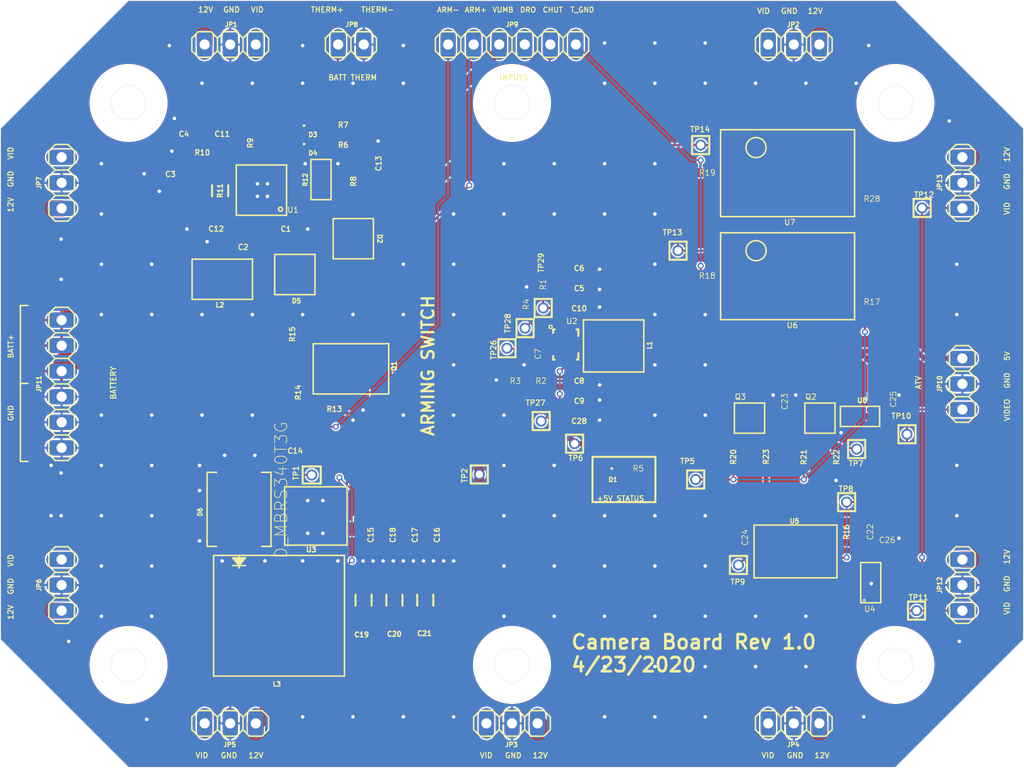
<source format=kicad_pcb>
(kicad_pcb (version 20241229) (generator "pcbnew") (generator_version "9.0")
  (layers (0 "F.Cu" signal) (2 "B.Cu" signal) (13 "F.Paste" user) (15 "B.Paste" user) (5 "F.SilkS" user "F.Silkscreen") (7 "B.SilkS" user "B.Silkscreen") (1 "F.Mask" user) (3 "B.Mask" user) (25 "Edge.Cuts" user))
  (net 0 "")
  (net 1 "GND")
  (net 2 "Net-(D2--)")
  (net 3 "Net-(D5--)")
  (net 4 "Net-(C2-Pad2)")
  (net 5 "/CameraBoard_1/BATT+")
  (net 6 "Net-(C4-Pad1)")
  (net 7 "Net-(U2-VAUX)")
  (net 8 "Net-(C11-Pad1)")
  (net 9 "Net-(C12-Pad1)")
  (net 10 "+12V")
  (net 11 "+5V")
  (net 12 "Net-(C13-Pad1)")
  (net 13 "Net-(U3-CB)")
  (net 14 "/CameraBoard_1/SOUT")
  (net 15 "Net-(U5-RC)")
  (net 16 "Net-(Q2-D)")
  (net 17 "Net-(D1-PadC)")
  (net 18 "/CameraBoard_1/VUMB")
  (net 19 "Net-(U1-~{CHGOK})")
  (net 20 "Net-(D3-PadA)")
  (net 21 "Net-(D4-PadA)")
  (net 22 "Net-(U1-~{ACOK})")
  (net 30 "DROGUE")
  (net 31 "T_GND")
  (net 32 "CHUTE")
  (net 33 "Net-(R12-P$1)")
  (net 34 "/CameraBoard_1/ARM-IN")
  (net 35 "+16V")
  (net 36 "/CameraBoard_1/ARM-OUT")
  (net 37 "/CameraBoard_2/CAM_DOWN")
  (net 38 "/CameraBoard_2/CAM_UP")
  (net 39 "VIDEO_OUT")
  (net 40 "Net-(U2-L1)")
  (net 41 "Net-(U2-L2)")
  (net 42 "Net-(L2-P$2)")
  (net 43 "Net-(Q1-PadG)")
  (net 44 "Net-(Q2-G)")
  (net 45 "Net-(Q2-S)")
  (net 46 "Net-(Q3-S)")
  (net 47 "Net-(Q3-G)")
  (net 48 "Net-(U2-EN)")
  (net 49 "Net-(U2-FB)")
  (net 50 "Net-(U2-VSEL)")
  (net 51 "Net-(R9-Pad1)")
  (net 52 "Net-(R10-Pad1)")
  (net 53 "/CameraBoard_2/TIMERPULSE")
  (net 54 "Net-(U6-CAT)")
  (net 55 "Net-(U7-CAT)")
  (net 56 "Net-(U3-ON)")
  (net 57 "/CameraBoard_2/TIMER_TRIGG")
  (net 58 "/CameraBoard_2/~{TIMER_OUTPUT}")
  (net 59 "Net-(U2-PG)")
  (net 60 "Net-(U2-FB2)")
  (footprint "CameraBoard:.0603-C-NOSILK" (layer "F.Cu") (at 148.8311 104.7036)
    (property "Reference" "R3")
    (property "Value" "130k")
  )
  (footprint "CameraBoard:.0603-C-NOSILK" (layer "F.Cu") (at 184.2711 86.5936)
    (property "Reference" "R28")
    (property "Value" "10k")
  )
  (footprint "CameraBoard:1X03_325" (layer "F.Cu") (at 193.2511 125.0036 -90)
    (property "Reference" "JP12")
    (property "Value" "PINHD-1X3")
  )
  (footprint "CameraBoard:NHQ103B375T10" (layer "F.Cu") (at 129.5211 84.6836 90)
    (property "Reference" "R12")
    (property "Value" "10K")
  )
  (footprint "CameraBoard:1206-A" (layer "F.Cu") (at 133.7511 126.5036 90)
    (property "Reference" "C19")
    (property "Value" "47u")
  )
  (footprint "CameraBoard:BVSS123LT1G" (layer "F.Cu") (at 179.1011 109.4036)
    (property "Reference" "Q2")
    (property "Value" "BVSS123LT1G")
  )
  (footprint "CameraBoard:.0603-A-NOSILK" (layer "F.Cu") (at 177.5011 112.2828 -90)
    (property "Reference" "R21")
    (property "Value" "10k")
  )
  (footprint "CameraBoard:.0805-C-NOSILK" (layer "F.Cu") (at 155.1711 106.7036)
    (property "Reference" "C9")
    (property "Value" "22u")
  )
  (footprint "CameraBoard:2MM-TEST-POINT" (layer "F.Cu") (at 182.7511 111.4794)
    (property "Reference" "TP7")
    (property "Value" "TEST-POINT" (hide yes))
  )
  (footprint "CameraBoard:TPS63070X" (layer "F.Cu") (at 153.8411 101.0836)
    (property "Reference" "U2")
    (property "Value" "TPS63070" (hide yes))
  )
  (footprint "CameraBoard:.0603-A-NOSILK" (layer "F.Cu") (at 170.5011 112.2586 -90)
    (property "Reference" "R20")
    (property "Value" "10k")
  )
  (footprint "CameraBoard:S2MA-13-F" (layer "F.Cu") (at 132.7311 90.5636 -90)
    (property "Reference" "D2")
    (property "Value" "S2MA-13-F")
  )
  (footprint "CameraBoard:.0603-A-NOSILK" (layer "F.Cu") (at 117.7311 82.0036 180)
    (property "Reference" "R10")
    (property "Value" "750")
  )
  (footprint "CameraBoard:CHIPLED_0603_259" (layer "F.Cu") (at 127.9611 79.3236 90)
    (property "Reference" "D3")
    (property "Value" "SML-D12U1WT86")
  )
  (footprint "CameraBoard:.0603-C-NOSILK" (layer "F.Cu") (at 175.6011 106.7536 90)
    (property "Reference" "C23")
    (property "Value" "20u")
  )
  (footprint "CameraBoard:.0805-A-NOSILK" (layer "F.Cu") (at 173.7511 112.2536 90)
    (property "Reference" "R23")
    (property "Value" "10")
  )
  (footprint "CameraBoard:1X06_325" (layer "F.Cu") (at 103.7511 105.0036 -90)
    (property "Reference" "JP11")
    (property "Value" "PINHD-1X6")
  )
  (footprint "CameraBoard:IHLP2020CZER1R5M11" (layer "F.Cu") (at 158.6011 101.2236 -90)
    (property "Reference" "L1")
    (property "Value" "1.5uH")
  )
  (footprint "CameraBoard:2MM-TEST-POINT" (layer "F.Cu") (at 151.6011 97.4536)
    (property "Reference" "TP29")
    (property "Value" "TEST-POINT" (hide yes))
  )
  (footprint "CameraBoard:1X03_325" (layer "F.Cu") (at 176.5011 71.2536 180)
    (property "Reference" "JP2")
    (property "Value" "PINHD-1X3")
  )
  (footprint "CameraBoard:SI7465DP-T1-E3CT-ND" (layer "F.Cu") (at 133.2511 103.5036)
    (property "Reference" "Q1")
    (property "Value" "SI7465DP-T1-E3")
  )
  (footprint "CameraBoard:2MM-TEST-POINT" (layer "F.Cu") (at 128.6011 114.0536 90)
    (property "Reference" "TP1")
    (property "Value" "TEST-POINT" (hide yes))
  )
  (footprint "CameraBoard:S2MA-13-F" (layer "F.Cu") (at 126.9211 94.1236 180)
    (property "Reference" "D5")
    (property "Value" "S2MA-13-F")
  )
  (footprint "CameraBoard:2MM-TEST-POINT" (layer "F.Cu") (at 189.2511 87.5036)
    (property "Reference" "TP12")
    (property "Value" "TEST-POINT" (hide yes))
  )
  (footprint "CameraBoard:.0805-C-NOSILK" (layer "F.Cu") (at 155.1711 97.5036)
    (property "Reference" "C10")
    (property "Value" "10u")
  )
  (footprint "CameraBoard:.0603-A-NOSILK" (layer "F.Cu") (at 132.7511 84.8636 90)
    (property "Reference" "R8")
    (property "Value" "10k")
  )
  (footprint "CameraBoard:2MM-TEST-POINT" (layer "F.Cu") (at 187.7511 110.0036)
    (property "Reference" "TP10")
    (property "Value" "TEST-POINT" (hide yes))
  )
  (footprint "CameraBoard:MP26124GR-Z" (layer "F.Cu") (at 123.6011 85.7336 180)
    (property "Reference" "U1")
    (property "Value" "MP26124GR-Z")
  )
  (footprint "CameraBoard:.0603-A-NOSILK" (layer "F.Cu") (at 122.5011 81.0486 90)
    (property "Reference" "R9")
    (property "Value" "42.5k")
  )
  (footprint "CameraBoard:2MM-TEST-POINT" (layer "F.Cu") (at 151.4011 108.6936)
    (property "Reference" "TP27")
    (property "Value" "TEST-POINT" (hide yes))
  )
  (footprint "CameraBoard:1239AS-H-100M=P2" (layer "F.Cu") (at 119.7111 94.5936 180)
    (property "Reference" "L2")
    (property "Value" "10uH")
  )
  (footprint "CameraBoard:1X02_325" (layer "F.Cu") (at 132.5011 71.2536)
    (property "Reference" "JP8")
    (property "Value" "PINHD-1X2")
  )
  (footprint "CameraBoard:.0603-A-NOSILK" (layer "F.Cu") (at 127.2511 105.8436 -90)
    (property "Reference" "R14")
    (property "Value" "1k")
  )
  (footprint "CameraBoard:.0603-A-NOSILK" (layer "F.Cu") (at 130.8511 107.5036 180)
    (property "Reference" "R13")
    (property "Value" "10k")
  )
  (footprint "CameraBoard:.0603-C-NOSILK" (layer "F.Cu") (at 184.9011 106.2036 180)
    (property "Reference" "C25")
    (property "Value" "100n")
  )
  (footprint "CameraBoard:H11F1SR2M" (layer "F.Cu") (at 170.7511 91.7536)
    (property "Reference" "U6")
    (property "Value" "H11F1SR2M" (hide yes))
  )
  (footprint "CameraBoard:.0603-C-NOSILK" (layer "F.Cu") (at 151.3911 104.7036)
    (property "Reference" "R2")
    (property "Value" "680k")
  )
  (footprint "CameraBoard:1206-A" (layer "F.Cu") (at 139.8811 126.5036 90)
    (property "Reference" "C21")
    (property "Value" "47u")
  )
  (footprint "CameraBoard:LM2678SD-12_NOPB" (layer "F.Cu") (at 131.3111 120.6336 90)
    (property "Reference" "U3")
    (property "Value" "LM2678SD-12/NOPB")
  )
  (footprint "CameraBoard:.0603-A-NOSILK" (layer "F.Cu") (at 131.7311 79.2536)
    (property "Reference" "R7")
    (property "Value" "230")
  )
  (footprint "CameraBoard:.0603-C-NOSILK" (layer "F.Cu") (at 149.9111 97.0836 -90)
    (property "Reference" "R4")
    (property "Value" "10k")
  )
  (footprint "CameraBoard:1X03_325" (layer "F.Cu") (at 176.5011 138.7536 180)
    (property "Reference" "JP4")
    (property "Value" "PINHD-1X3")
  )
  (footprint "CameraBoard:.0603-C-NOSILK" (layer "F.Cu") (at 186.1511 121.4536 180)
    (property "Reference" "C26")
    (property "Value" "100n")
  )
  (footprint "CameraBoard:.0603-A-NOSILK" (layer "F.Cu") (at 180.7511 112.2828 -90)
    (property "Reference" "R22")
    (property "Value" "1k")
  )
  (footprint "CameraBoard:.0805-C-NOSILK" (layer "F.Cu") (at 155.1711 104.7036)
    (property "Reference" "C8")
    (property "Value" "22u")
  )
  (footprint "CameraBoard:.0805-B-NOSILK" (layer "F.Cu") (at 134.461096 120.0286 -90)
    (property "Reference" "C15")
    (property "Value" "10u")
  )
  (footprint "CameraBoard:2MM-TEST-POINT" (layer "F.Cu") (at 148.0011 101.4536)
    (property "Reference" "TP26")
    (property "Value" "TEST-POINT" (hide yes))
  )
  (footprint "CameraBoard:784770220" (layer "F.Cu") (at 125.3511 128.0536 90)
    (property "Reference" "L3")
    (property "Value" "784770220")
  )
  (footprint "CameraBoard:1X03_325" (layer "F.Cu") (at 103.7511 125.0036 90)
    (property "Reference" "JP6")
    (property "Value" "PINHD-1X3")
  )
  (footprint "CameraBoard:.0805-C-NOSILK" (layer "F.Cu") (at 155.1711 93.5036)
    (property "Reference" "C6")
    (property "Value" "10u")
  )
  (footprint "CameraBoard:.0603-A-NOSILK" (layer "F.Cu") (at 126.9611 111.9036)
    (property "Reference" "C14")
    (property "Value" "10n")
  )
  (footprint "CameraBoard:.0603-C-NOSILK" (layer "F.Cu") (at 167.9011 94.2536 180)
    (property "Reference" "R18")
    (property "Value" "60.4")
  )
  (footprint "CameraBoard:CHIPLED_0603_259" (layer "F.Cu") (at 127.9611 81.1536 90)
    (property "Reference" "D4")
    (property "Value" "SML-D12U1WT86")
  )
  (footprint "CameraBoard:.0603-A-NOSILK" (layer "F.Cu") (at 119.7111 80.1536 180)
    (property "Reference" "C11")
    (property "Value" "2.2n")
  )
  (footprint "CameraBoard:2MM-TEST-POINT" (layer "F.Cu") (at 188.7011 127.5436)
    (property "Reference" "TP11")
    (property "Value" "TEST-POINT" (hide yes))
  )
  (footprint "CameraBoard:.0603-C-NOSILK" (layer "F.Cu") (at 151.5911 95.1136 90)
    (property "Reference" "R1")
    (property "Value" "10k")
  )
  (footprint "CameraBoard:SN74LVC1G17DCKR" (layer "F.Cu") (at 181.9811 107.5836 -90)
    (property "Reference" "U8")
    (property "Value" "SN74LVC1G17DCKR")
  )
  (footprint "CameraBoard:2MM-TEST-POINT" (layer "F.Cu") (at 166.7511 114.5036)
    (property "Reference" "TP5")
    (property "Value" "TEST-POINT" (hide yes))
  )
  (footprint "CameraBoard:BSS84" (layer "F.Cu") (at 172.1011 109.4036)
    (property "Reference" "Q3")
    (property "Value" "BSS84")
  )
  (footprint "CameraBoard:.0805-C-NOSILK" (layer "F.Cu") (at 155.1711 108.7036)
    (property "Reference" "C28")
    (property "Value" "22u")
  )
  (footprint "CameraBoard:.0805-B-NOSILK" (layer "F.Cu") (at 136.65554 120.0286 -90)
    (property "Reference" "C18")
    (property "Value" "10u")
  )
  (footprint "CameraBoard:2MM-TEST-POINT" (layer "F.Cu") (at 167.2511 81.2536)
    (property "Reference" "TP14")
    (property "Value" "TEST-POINT" (hide yes))
  )
  (footprint "CameraBoard:.0603-A-NOSILK" (layer "F.Cu") (at 126.6761 100.0661 -90)
    (property "Reference" "R15")
    (property "Value" "1k")
  )
  (footprint "CameraBoard:.0603-A-NOSILK" (layer "F.Cu") (at 115.9011 80.1536 180)
    (property "Reference" "C4")
    (property "Value" "4.7n")
  )
  (footprint "CameraBoard:.0603-C-NOSILK" (layer "F.Cu") (at 184.2711 96.8436)
    (property "Reference" "R17")
    (property "Value" "10k")
  )
  (footprint "CameraBoard:.0603-A-NOSILK" (layer "F.Cu") (at 135.2511 83.0836 90)
    (property "Reference" "C13")
    (property "Value" "1u")
  )
  (footprint "CameraBoard:2MM-TEST-POINT" (layer "F.Cu") (at 171.0011 123.0036)
    (property "Reference" "TP9")
    (property "Value" "TEST-POINT" (hide yes))
  )
  (footprint "CameraBoard:2MM-TEST-POINT" (layer "F.Cu") (at 181.7511 116.7536)
    (property "Reference" "TP8")
    (property "Value" "TEST-POINT" (hide yes))
  )
  (footprint "CameraBoard:1X03_325" (layer "F.Cu") (at 148.5011 138.7536 180)
    (property "Reference" "JP3")
    (property "Value" "PINHD-1X3")
  )
  (footprint "CameraBoard:.0805-B-NOSILK" (layer "F.Cu") (at 141.044428 120.0286 -90)
    (property "Reference" "C16")
    (property "Value" "10u")
  )
  (footprint "CameraBoard:.0805-B-NOSILK" (layer "F.Cu") (at 138.849984 120.0286 -90)
    (property "Reference" "C17")
    (property "Value" "10u")
  )
  (footprint "CameraBoard:.0603-C-NOSILK" (layer "F.Cu") (at 167.9011 84.0036 180)
    (property "Reference" "R19")
    (property "Value" "60.4")
  )
  (footprint "CameraBoard:1X06_325" (layer "F.Cu") (at 148.5011 71.2536 180)
    (property "Reference" "JP9")
    (property "Value" "PINHD-1X6")
  )
  (footprint "CameraBoard:.0603-A-NOSILK" (layer "F.Cu") (at 119.1011 89.5786 180)
    (property "Reference" "C12")
    (property "Value" "100n")
  )
  (footprint "CameraBoard:.0805-C-NOSILK" (layer "F.Cu") (at 155.1711 95.5036)
    (property "Reference" "C5")
    (property "Value" "10u")
  )
  (footprint "CameraBoard:H11F1SR2M" (layer "F.Cu") (at 170.7511 81.5036)
    (property "Reference" "U7")
    (property "Value" "H11F1SR2M" (hide yes))
  )
  (footprint "CameraBoard:1206-A" (layer "F.Cu") (at 136.8161 126.5036 90)
    (property "Reference" "C20")
    (property "Value" "47u")
  )
  (footprint "CameraBoard:2MM-TEST-POINT" (layer "F.Cu") (at 145.2511 114.0036)
    (property "Reference" "TP2")
    (property "Value" "TEST-POINT" (hide yes))
  )
  (footprint "CameraBoard:1206-A" (layer "F.Cu") (at 119.5011 85.7936 90)
    (property "Reference" "R11")
    (property "Value" "200m")
  )
  (footprint "CameraBoard:1X03_325" (layer "F.Cu") (at 120.5011 71.2536)
    (property "Reference" "JP1")
    (property "Value" "PINHD-1X3")
  )
  (footprint "CameraBoard:CHIPLED_0603_259" (layer "F.Cu") (at 158.2911 113.414 -90)
    (property "Reference" "D1")
    (property "Value" "SML-D12U1WT86")
  )
  (footprint "CameraBoard:.0603-C-NOSILK" (layer "F.Cu") (at 161.0511 113.414 180)
    (property "Reference" "R5")
    (property "Value" "400")
  )
  (footprint "CameraBoard:SMC" (layer "F.Cu") (at 121.3811 117.4736 90)
    (property "Reference" "D6")
    (property "Value" "D_MBRS340T3G")
  )
  (footprint "CameraBoard:ICM7242IBAZ-SMD" (layer "F.Cu") (at 174.3311 119.7536 -90)
    (property "Reference" "U5")
    (property "Value" "ICM7242IBAZ-SMD")
  )
  (footprint "CameraBoard:.0603-A-NOSILK" (layer "F.Cu") (at 181.7511 119.7236 -90)
    (property "Reference" "R16")
    (property "Value" "237k")
  )
  (footprint "CameraBoard:2MM-TEST-POINT" (layer "F.Cu") (at 154.7211 110.9436)
    (property "Reference" "TP6")
    (property "Value" "TEST-POINT" (hide yes))
  )
  (footprint "CameraBoard:2MM-TEST-POINT" (layer "F.Cu") (at 149.8011 99.4536)
    (property "Reference" "TP28")
    (property "Value" "TEST-POINT" (hide yes))
  )
  (footprint "CameraBoard:.0603-A-NOSILK" (layer "F.Cu") (at 114.5586 84.1486 180)
    (property "Reference" "C3")
    (property "Value" "10u")
  )
  (footprint "CameraBoard:.0603-C-NOSILK" (layer "F.Cu") (at 171.6611 120.2636 -90)
    (property "Reference" "C24")
    (property "Value" "100n")
  )
  (footprint "CameraBoard:.0603-A-NOSILK" (layer "F.Cu") (at 131.7311 81.2536)
    (property "Reference" "R6")
    (property "Value" "230")
  )
  (footprint "CameraBoard:2MM-TEST-POINT" (layer "F.Cu") (at 165.0011 91.7536)
    (property "Reference" "TP13")
    (property "Value" "TEST-POINT" (hide yes))
  )
  (footprint "CameraBoard:.0603-A-NOSILK" (layer "F.Cu") (at 126.0311 89.6036)
    (property "Reference" "C1")
    (property "Value" "4.7u")
  )
  (footprint "CameraBoard:.0603-C-NOSILK" (layer "F.Cu") (at 184.0911 119.7211 90)
    (property "Reference" "C22")
    (property "Value" "1u")
  )
  (footprint "CameraBoard:1X03_325" (layer "F.Cu") (at 103.7511 85.0036 90)
    (property "Reference" "JP7")
    (property "Value" "PINHD-1X3")
  )
  (footprint "CameraBoard:.0603-A-NOSILK" (layer "F.Cu") (at 121.7811 91.4036 180)
    (property "Reference" "C2")
    (property "Value" "100n")
  )
  (footprint "CameraBoard:1X03_325" (layer "F.Cu") (at 193.2511 105.0036 -90)
    (property "Reference" "JP10")
    (property "Value" "PINHD-1X3")
  )
  (footprint "CameraBoard:TS5A3159ADBVR" (layer "F.Cu") (at 183.5011 125.8136)
    (property "Reference" "U4")
    (property "Value" "TS5A3159ADBVR")
  )
  (footprint "CameraBoard:1X03_325" (layer "F.Cu") (at 193.2511 85.0036 -90)
    (property "Reference" "JP13")
    (property "Value" "PINHD-1X3")
  )
  (footprint "CameraBoard:1X03_325" (layer "F.Cu") (at 120.5011 138.7536 180)
    (property "Reference" "JP5")
    (property "Value" "PINHD-1X3")
  )
  (footprint "CameraBoard:.0603-C-NOSILK" (layer "F.Cu") (at 151.0811 102.0236 -90)
    (property "Reference" "C7")
    (property "Value" "100n")
  )
  (gr_line (start 156.5011 112.2536) (end 156.5011 116.7536) (stroke (width 0.2)) (layer "F.SilkS"))
  (gr_line (start 156.5011 116.7536) (end 162.7511 116.7536) (stroke (width 0.2)) (layer "F.SilkS"))
  (gr_line (start 100.4011 97.2036) (end 99.6511 97.2036) (stroke (width 0.1524)) (layer "F.SilkS"))
  (gr_line (start 99.6511 104.9536) (end 99.6511 112.7036) (stroke (width 0.1524)) (layer "F.SilkS"))
  (gr_line (start 99.6511 97.2036) (end 99.6511 104.9536) (stroke (width 0.1524)) (layer "F.SilkS"))
  (gr_line (start 139.0011 98.0036) (end 139.0011 108.2536) (stroke (width 0.001)) (layer "F.SilkS"))
  (gr_line (start 139.0011 108.2536) (end 125.2511 108.2536) (stroke (width 0.001)) (layer "F.SilkS"))
  (gr_line (start 125.2511 98.0036) (end 125.2511 108.2536) (stroke (width 0.001)) (layer "F.SilkS"))
  (gr_line (start 139.0011 98.0036) (end 125.2511 98.0036) (stroke (width 0.001)) (layer "F.SilkS"))
  (gr_line (start 162.7511 112.2536) (end 156.5011 112.2536) (stroke (width 0.2)) (layer "F.SilkS"))
  (gr_line (start 162.7511 116.7536) (end 162.7511 112.2536) (stroke (width 0.2)) (layer "F.SilkS"))
  (gr_line (start 99.6511 112.7036) (end 100.4011 112.7036) (stroke (width 0.1524)) (layer "F.SilkS"))
  (gr_line (start 99.6511 104.9536) (end 100.4011 104.9536) (stroke (width 0.1524)) (layer "F.SilkS"))
  (gr_line (start 199.3011 130.4036) (end 199.3011 79.6036) (stroke (width 0.025)) (layer "Edge.Cuts"))
  (gr_circle (center 110.4011 77.0636) (end 112.1283 77.0636) (stroke (width 0.025)) (fill no) (layer "Edge.Cuts"))
  (gr_circle (center 186.6011 132.9436) (end 188.3283 132.9436) (stroke (width 0.025)) (fill no) (layer "Edge.Cuts"))
  (gr_circle (center 148.5011 132.9436) (end 150.2283 132.9436) (stroke (width 0.025)) (fill no) (layer "Edge.Cuts"))
  (gr_line (start 199.3011 79.6036) (end 186.6011 66.9036) (stroke (width 0.025)) (layer "Edge.Cuts"))
  (gr_circle (center 148.5011 77.0636) (end 150.2283 77.0636) (stroke (width 0.025)) (fill no) (layer "Edge.Cuts"))
  (gr_line (start 110.4011 143.1036) (end 186.6011 143.1036) (stroke (width 0.025)) (layer "Edge.Cuts"))
  (gr_line (start 186.6011 143.1036) (end 199.3011 130.4036) (stroke (width 0.025)) (layer "Edge.Cuts"))
  (gr_line (start 97.7011 79.6036) (end 97.7011 130.4036) (stroke (width 0.025)) (layer "Edge.Cuts"))
  (gr_circle (center 110.4011 132.9436) (end 112.1283 132.9436) (stroke (width 0.025)) (fill no) (layer "Edge.Cuts"))
  (gr_line (start 97.7011 130.4036) (end 110.4011 143.1036) (stroke (width 0.025)) (layer "Edge.Cuts"))
  (gr_line (start 110.4011 66.9036) (end 97.7011 79.6036) (stroke (width 0.025)) (layer "Edge.Cuts"))
  (gr_line (start 186.6011 66.9036) (end 110.4011 66.9036) (stroke (width 0.025)) (layer "Edge.Cuts"))
  (gr_circle (center 186.6011 77.0636) (end 188.3283 77.0636) (stroke (width 0.025)) (fill no) (layer "Edge.Cuts"))
  (gr_text "BATT+" (at 99.0011 102.5036 90) (layer "F.SilkS") (effects (font (size 0.512064 0.512064) (thickness 0.097536)) (justify left bottom)))
  (gr_text "12V" (at 117.2511 68.1036 0) (layer "F.SilkS") (effects (font (size 0.5334 0.5334) (thickness 0.1016)) (justify left bottom)))
  (gr_text "VID" (at 145.2511 142.2536 0) (layer "F.SilkS") (effects (font (size 0.5334 0.5334) (thickness 0.1016)) (justify left bottom)))
  (gr_text "THERM-" (at 133.4511 68.1036 0) (layer "F.SilkS") (effects (font (size 0.5334 0.5334) (thickness 0.1016)) (justify left bottom)))
  (gr_text "BATTERY" (at 109.2011 106.6036 90) (layer "F.SilkS") (effects (font (size 0.5334 0.5334) (thickness 0.1016)) (justify left bottom)))
  (gr_text "BATT THERM" (at 130.2011 74.8536 0) (layer "F.SilkS") (effects (font (size 0.5334 0.5334) (thickness 0.1016)) (justify left bottom)))
  (gr_text "GND" (at 147.7511 142.2536 0) (layer "F.SilkS") (effects (font (size 0.5334 0.5334) (thickness 0.1016)) (justify left bottom)))
  (gr_text "VIDEO" (at 198.0011 108.7536 90) (layer "F.SilkS") (effects (font (size 0.512064 0.512064) (thickness 0.097536)) (justify left bottom)))
  (gr_text "VID" (at 99.0011 123.2536 90) (layer "F.SilkS") (effects (font (size 0.5334 0.5334) (thickness 0.1016)) (justify left bottom)))
  (gr_text "ARM-" (at 141.0011 68.1036 0) (layer "F.SilkS") (effects (font (size 0.512064 0.512064) (thickness 0.097536)) (justify left bottom)))
  (gr_text "THERM+" (at 128.4511 68.1036 0) (layer "F.SilkS") (effects (font (size 0.5334 0.5334) (thickness 0.1016)) (justify left bottom)))
  (gr_text "GND" (at 198.0011 85.7536 90) (layer "F.SilkS") (effects (font (size 0.5334 0.5334) (thickness 0.1016)) (justify left bottom)))
  (gr_text "GND" (at 198.0011 125.7536 90) (layer "F.SilkS") (effects (font (size 0.5334 0.5334) (thickness 0.1016)) (justify left bottom)))
  (gr_text "ATV" (at 189.2011 105.6036 90) (layer "F.SilkS") (effects (font (size 0.5334 0.5334) (thickness 0.1016)) (justify left bottom)))
  (gr_text "GND" (at 198.0011 105.5036 90) (layer "F.SilkS") (effects (font (size 0.512064 0.512064) (thickness 0.097536)) (justify left bottom)))
  (gr_text "12V" (at 177.82978 68.234294 0) (layer "F.SilkS") (effects (font (size 0.5334 0.5334) (thickness 0.1016)) (justify left bottom)))
  (gr_text "12V" (at 99.0011 128.5036 90) (layer "F.SilkS") (effects (font (size 0.5334 0.5334) (thickness 0.1016)) (justify left bottom)))
  (gr_text "ARM+" (at 143.7511 68.1036 0) (layer "F.SilkS") (effects (font (size 0.512064 0.512064) (thickness 0.097536)) (justify left bottom)))
  (gr_text "VID" (at 198.0011 128.0036 90) (layer "F.SilkS") (effects (font (size 0.5334 0.5334) (thickness 0.1016)) (justify left bottom)))
  (gr_text "ARMING SWITCH" (at 140.8511 110.3036 90) (layer "F.SilkS") (effects (font (size 1.194816 1.194816) (thickness 0.227584)) (justify left bottom)))
  (gr_text "INPUTS" (at 147.2011 74.8536 0) (layer "F.SilkS") (effects (font (size 0.5334 0.5334) (thickness 0.1016)) (justify left bottom)))
  (gr_text "GND" (at 99.0011 108.7536 90) (layer "F.SilkS") (effects (font (size 0.512064 0.512064) (thickness 0.097536)) (justify left bottom)))
  (gr_text "GND" (at 99.0011 126.0036 90) (layer "F.SilkS") (effects (font (size 0.5334 0.5334) (thickness 0.1016)) (justify left bottom)))
  (gr_text "12V" (at 150.5011 142.2536 0) (layer "F.SilkS") (effects (font (size 0.5334 0.5334) (thickness 0.1016)) (justify left bottom)))
  (gr_text "VID" (at 173.2511 142.2536 0) (layer "F.SilkS") (effects (font (size 0.5334 0.5334) (thickness 0.1016)) (justify left bottom)))
  (gr_text "GND" (at 119.7511 68.1036 0) (layer "F.SilkS") (effects (font (size 0.5334 0.5334) (thickness 0.1016)) (justify left bottom)))
  (gr_text "VID" (at 99.0011 82.7536 90) (layer "F.SilkS") (effects (font (size 0.5334 0.5334) (thickness 0.1016)) (justify left bottom)))
  (gr_text "12V" (at 198.0011 123.0036 90) (layer "F.SilkS") (effects (font (size 0.5334 0.5334) (thickness 0.1016)) (justify left bottom)))
  (gr_text "12V" (at 178.5011 142.2536 0) (layer "F.SilkS") (effects (font (size 0.5334 0.5334) (thickness 0.1016)) (justify left bottom)))
  (gr_text "DRO" (at 149.2511 68.1036 0) (layer "F.SilkS") (effects (font (size 0.512064 0.512064) (thickness 0.097536)) (justify left bottom)))
  (gr_text "VID" (at 198.0011 88.2536 90) (layer "F.SilkS") (effects (font (size 0.5334 0.5334) (thickness 0.1016)) (justify left bottom)))
  (gr_text "12V" (at 122.2511 142.2536 0) (layer "F.SilkS") (effects (font (size 0.5334 0.5334) (thickness 0.1016)) (justify left bottom)))
  (gr_text "Camera Board Rev 1.0\n4/23/2020" (at 154.2511 133.7536 0) (layer "F.SilkS") (effects (font (size 1.408176 1.408176) (thickness 0.268224)) (justify left bottom)))
  (gr_text "12V" (at 198.0011 83.0036 90) (layer "F.SilkS") (effects (font (size 0.5334 0.5334) (thickness 0.1016)) (justify left bottom)))
  (gr_text "VID" (at 117.0011 142.2536 0) (layer "F.SilkS") (effects (font (size 0.5334 0.5334) (thickness 0.1016)) (justify left bottom)))
  (gr_text "5V" (at 198.0011 102.7536 90) (layer "F.SilkS") (effects (font (size 0.512064 0.512064) (thickness 0.097536)) (justify left bottom)))
  (gr_text "GND" (at 175.7511 142.2536 0) (layer "F.SilkS") (effects (font (size 0.5334 0.5334) (thickness 0.1016)) (justify left bottom)))
  (gr_text "CHUT" (at 151.5011 68.1036 0) (layer "F.SilkS") (effects (font (size 0.512064 0.512064) (thickness 0.097536)) (justify left bottom)))
  (gr_text "VID" (at 122.5011 68.1036 0) (layer "F.SilkS") (effects (font (size 0.5334 0.5334) (thickness 0.1016)) (justify left bottom)))
  (gr_text "GND" (at 99.0011 85.5036 90) (layer "F.SilkS") (effects (font (size 0.5334 0.5334) (thickness 0.1016)) (justify left bottom)))
  (gr_text "VID" (at 172.80838 68.234294 0) (layer "F.SilkS") (effects (font (size 0.5334 0.5334) (thickness 0.1016)) (justify left bottom)))
  (gr_text "GND" (at 175.17738 68.234294 0) (layer "F.SilkS") (effects (font (size 0.5334 0.5334) (thickness 0.1016)) (justify left bottom)))
  (gr_text "T_GND" (at 154.2511 68.1036 0) (layer "F.SilkS") (effects (font (size 0.512064 0.512064) (thickness 0.097536)) (justify left bottom)))
  (gr_text "12V" (at 99.0011 88.0036 90) (layer "F.SilkS") (effects (font (size 0.5334 0.5334) (thickness 0.1016)) (justify left bottom)))
  (gr_text "VUMB" (at 146.5011 68.1036 0) (layer "F.SilkS") (effects (font (size 0.512064 0.512064) (thickness 0.097536)) (justify left bottom)))
  (gr_text "GND" (at 119.5011 142.2536 0) (layer "F.SilkS") (effects (font (size 0.5334 0.5334) (thickness 0.1016)) (justify left bottom)))
  (gr_text "+5V STATUS" (at 156.879177 116.695066 0) (layer "F.SilkS") (effects (font (size 0.512064 0.512064) (thickness 0.097536)) (justify left bottom)))
  (segment (start 123.9261 85.4086) (end 123.6011 85.7336) (width 0.2) (layer "F.Cu") (net 1))
  (segment (start 127.4111 116.6336) (end 129.0111 118.2336) (width 0.2) (layer "F.Cu") (net 1))
  (segment (start 123.9261 83.8336) (end 123.9261 85.4086) (width 0.2) (layer "F.Cu") (net 1))
  (segment (start 126.7111 116.6336) (end 127.4111 116.6336) (width 0.2) (layer "F.Cu") (net 1))
  (via (at 124.2011 86.3536) (size 0.604) (drill 0.35) (layers "F.Cu" "B.Cu") (net 1))
  (via (at 167.7011 138.1036) (size 0.604) (drill 0.35) (layers "F.Cu" "B.Cu") (net 1))
  (via (at 180.7011 114.6036) (size 0.604) (drill 0.35) (layers "F.Cu" "B.Cu") (net 1))
  (via (at 149.7011 103.1036) (size 0.604) (drill 0.35) (layers "F.Cu" "B.Cu") (net 1))
  (via (at 127.7011 75.1036) (size 0.604) (drill 0.35) (layers "F.Cu" "B.Cu") (net 1))
  (via (at 167.7011 128.1036) (size 0.604) (drill 0.35) (layers "F.Cu" "B.Cu") (net 1))
  (via (at 162.7011 71.1036) (size 0.604) (drill 0.35) (layers "F.Cu" "B.Cu") (net 1))
  (via (at 147.7011 88.1036) (size 0.604) (drill 0.35) (layers "F.Cu" "B.Cu") (net 1))
  (via (at 141.7011 122.6036) (size 0.604) (drill 0.35) (layers "F.Cu" "B.Cu") (net 1))
  (via (at 112.7011 128.1036) (size 0.604) (drill 0.35) (layers "F.Cu" "B.Cu") (net 1))
  (via (at 135.7011 122.6036) (size 0.604) (drill 0.35) (layers "F.Cu" "B.Cu") (net 1))
  (via (at 147.7011 128.1036) (size 0.604) (drill 0.35) (layers "F.Cu" "B.Cu") (net 1))
  (via (at 162.7011 123.1036) (size 0.604) (drill 0.35) (layers "F.Cu" "B.Cu") (net 1))
  (via (at 129.7011 119.8536) (size 0.604) (drill 0.35) (layers "F.Cu" "B.Cu") (net 1))
  (via (at 132.7011 138.1036) (size 0.604) (drill 0.35) (layers "F.Cu" "B.Cu") (net 1))
  (via (at 123.2011 85.1036) (size 0.604) (drill 0.35) (layers "F.Cu" "B.Cu") (net 1))
  (via (at 137.7011 71.3536) (size 0.604) (drill 0.35) (layers "F.Cu" "B.Cu") (net 1))
  (via (at 132.7011 98.1036) (size 0.604) (drill 0.35) (layers "F.Cu" "B.Cu") (net 1))
  (via (at 147.7011 123.1036) (size 0.604) (drill 0.35) (layers "F.Cu" "B.Cu") (net 1))
  (via (at 117.4511 120.6036) (size 0.604) (drill 0.35) (layers "F.Cu" "B.Cu") (net 1))
  (via (at 167.7011 118.1036) (size 0.604) (drill 0.35) (layers "F.Cu" "B.Cu") (net 1))
  (via (at 162.7011 98.1036) (size 0.604) (drill 0.35) (layers "F.Cu" "B.Cu") (net 1))
  (via (at 177.7011 128.1036) (size 0.604) (drill 0.35) (layers "F.Cu" "B.Cu") (net 1))
  (via (at 167.7011 98.1036) (size 0.604) (drill 0.35) (layers "F.Cu" "B.Cu") (net 1))
  (via (at 133.7011 122.6036) (size 0.604) (drill 0.35) (layers "F.Cu" "B.Cu") (net 1))
  (via (at 123.9511 122.6036) (size 0.604) (drill 0.35) (layers "F.Cu" "B.Cu") (net 1))
  (via (at 162.7011 93.1036) (size 0.604) (drill 0.35) (layers "F.Cu" "B.Cu") (net 1))
  (via (at 142.7011 108.1036) (size 0.604) (drill 0.35) (layers "F.Cu" "B.Cu") (net 1))
  (via (at 131.2011 83.1036) (size 0.604) (drill 0.35) (layers "F.Cu" "B.Cu") (net 1))
  (via (at 114.9511 78.6036) (size 0.604) (drill 0.35) (layers "F.Cu" "B.Cu") (net 1))
  (via (at 112.7011 98.1036) (size 0.604) (drill 0.35) (layers "F.Cu" "B.Cu") (net 1))
  (via (at 127.7011 122.6036) (size 0.604) (drill 0.35) (layers "F.Cu" "B.Cu") (net 1))
  (via (at 157.2011 97.3536) (size 0.604) (drill 0.35) (layers "F.Cu" "B.Cu") (net 1))
  (via (at 186.9511 106.1036) (size 0.604) (drill 0.35) (layers "F.Cu" "B.Cu") (net 1))
  (via (at 162.7011 118.1036) (size 0.604) (drill 0.35) (layers "F.Cu" "B.Cu") (net 1))
  (via (at 181.2011 109.8536) (size 0.604) (drill 0.35) (layers "F.Cu" "B.Cu") (net 1))
  (via (at 157.7011 118.1036) (size 0.604) (drill 0.35) (layers "F.Cu" "B.Cu") (net 1))
  (via (at 167.7011 71.1036) (size 0.604) (drill 0.35) (layers "F.Cu" "B.Cu") (net 1))
  (via (at 114.4511 71.3536) (size 0.604) (drill 0.35) (layers "F.Cu" "B.Cu") (net 1))
  (via (at 116.2011 89.6036) (size 0.604) (drill 0.35) (layers "F.Cu" "B.Cu") (net 1))
  (via (at 132.7011 75.1036) (size 0.604) (drill 0.35) (layers "F.Cu" "B.Cu") (net 1))
  (via (at 167.7011 133.1036) (size 0.604) (drill 0.35) (layers "F.Cu" "B.Cu") (net 1))
  (via (at 167.7011 108.1036) (size 0.604) (drill 0.35) (layers "F.Cu" "B.Cu") (net 1))
  (via (at 137.7011 75.1036) (size 0.604) (drill 0.35) (layers "F.Cu" "B.Cu") (net 1))
  (via (at 128.2011 89.6036) (size 0.604) (drill 0.35) (layers "F.Cu" "B.Cu") (net 1))
  (via (at 142.7011 88.1036) (size 0.604) (drill 0.35) (layers "F.Cu" "B.Cu") (net 1))
  (via (at 119.9511 112.1036) (size 0.604) (drill 0.35) (layers "F.Cu" "B.Cu") (net 1))
  (via (at 111.9511 84.1036) (size 0.604) (drill 0.35) (layers "F.Cu" "B.Cu") (net 1))
  (via (at 112.7011 118.1036) (size 0.604) (drill 0.35) (layers "F.Cu" "B.Cu") (net 1))
  (via (at 152.7011 123.1036) (size 0.604) (drill 0.35) (layers "F.Cu" "B.Cu") (net 1))
  (via (at 117.4511 113.1036) (size 0.604) (drill 0.35) (layers "F.Cu" "B.Cu") (net 1))
  (via (at 192.7011 93.1036) (size 0.604) (drill 0.35) (layers "F.Cu" "B.Cu") (net 1))
  (via (at 162.7011 108.1036) (size 0.604) (drill 0.35) (layers "F.Cu" "B.Cu") (net 1))
  (via (at 162.7011 138.1036) (size 0.604) (drill 0.35) (layers "F.Cu" "B.Cu") (net 1))
  (via (at 162.7011 75.1036) (size 0.604) (drill 0.35) (layers "F.Cu" "B.Cu") (net 1))
  (via (at 134.7011 122.6036) (size 0.604) (drill 0.35) (layers "F.Cu" "B.Cu") (net 1))
  (via (at 139.7011 122.6036) (size 0.604) (drill 0.35) (layers "F.Cu" "B.Cu") (net 1))
  (via (at 135.2011 80.8536) (size 0.604) (drill 0.35) (layers "F.Cu" "B.Cu") (net 1))
  (via (at 142.7011 103.1036) (size 0.604) (drill 0.35) (layers "F.Cu" "B.Cu") (net 1))
  (via (at 157.7011 128.1036) (size 0.604) (drill 0.35) (layers "F.Cu" "B.Cu") (net 1))
  (via (at 132.7011 108.6036) (size 0.604) (drill 0.35) (layers "F.Cu" "B.Cu") (net 1))
  (via (at 137.7011 138.1036) (size 0.604) (drill 0.35) (layers "F.Cu" "B.Cu") (net 1))
  (via (at 167.7011 103.1036) (size 0.604) (drill 0.35) (layers "F.Cu" "B.Cu") (net 1))
  (via (at 162.7011 83.1036) (size 0.604) (drill 0.35) (layers "F.Cu" "B.Cu") (net 1))
  (via (at 162.7011 128.1036) (size 0.604) (drill 0.35) (layers "F.Cu" "B.Cu") (net 1))
  (via (at 142.7011 98.1036) (size 0.604) (drill 0.35) (layers "F.Cu" "B.Cu") (net 1))
  (via (at 157.2011 95.6036) (size 0.604) (drill 0.35) (layers "F.Cu" "B.Cu") (net 1))
  (via (at 102.7011 113.1036) (size 0.604) (drill 0.35) (layers "F.Cu" "B.Cu") (net 1))
  (via (at 107.7011 93.1036) (size 0.604) (drill 0.35) (layers "F.Cu" "B.Cu") (net 1))
  (via (at 172.7011 128.1036) (size 0.604) (drill 0.35) (layers "F.Cu" "B.Cu") (net 1))
  (via (at 138.7011 122.6036) (size 0.604) (drill 0.35) (layers "F.Cu" "B.Cu") (net 1))
  (via (at 157.2011 105.1036) (size 0.604) (drill 0.35) (layers "F.Cu" "B.Cu") (net 1))
  (via (at 176.7011 106.1036) (size 0.604) (drill 0.35) (layers "F.Cu" "B.Cu") (net 1))
  (via (at 104.4511 130.6036) (size 0.604) (drill 0.35) (layers "F.Cu" "B.Cu") (net 1))
  (via (at 186.9511 120.3536) (size 0.604) (drill 0.35) (layers "F.Cu" "B.Cu") (net 1))
  (via (at 152.7011 88.1036) (size 0.604) (drill 0.35) (layers "F.Cu" "B.Cu") (net 1))
  (via (at 142.7011 138.1036) (size 0.604) (drill 0.35) (layers "F.Cu" "B.Cu") (net 1))
  (via (at 118.2011 90.8536) (size 0.604) (drill 0.35) (layers "F.Cu" "B.Cu") (net 1))
  (via (at 192.7011 118.1036) (size 0.604) (drill 0.35) (layers "F.Cu" "B.Cu") (net 1))
  (via (at 140.7011 122.6036) (size 0.604) (drill 0.35) (layers "F.Cu" "B.Cu") (net 1))
  (via (at 147.7011 83.1036) (size 0.604) (drill 0.35) (layers "F.Cu" "B.Cu") (net 1))
  (via (at 137.7011 93.1036) (size 0.604) (drill 0.35) (layers "F.Cu" "B.Cu") (net 1))
  (via (at 142.7011 122.6036) (size 0.604) (drill 0.35) (layers "F.Cu" "B.Cu") (net 1))
  (via (at 167.7011 123.1036) (size 0.604) (drill 0.35) (layers "F.Cu" "B.Cu") (net 1))
  (via (at 182.7011 75.1036) (size 0.604) (drill 0.35) (layers "F.Cu" "B.Cu") (net 1))
  (via (at 107.7011 83.1036) (size 0.604) (drill 0.35) (layers "F.Cu" "B.Cu") (net 1))
  (via (at 122.9511 112.1036) (size 0.604) (drill 0.35) (layers "F.Cu" "B.Cu") (net 1))
  (via (at 107.7011 118.1036) (size 0.604) (drill 0.35) (layers "F.Cu" "B.Cu") (net 1))
  (via (at 127.7011 138.1036) (size 0.604) (drill 0.35) (layers "F.Cu" "B.Cu") (net 1))
  (via (at 157.7011 133.1036) (size 0.604) (drill 0.35) (layers "F.Cu" "B.Cu") (net 1))
  (via (at 114.7011 81.8536) (size 0.604) (drill 0.35) (layers "F.Cu" "B.Cu") (net 1))
  (via (at 192.9511 130.6036) (size 0.604) (drill 0.35) (layers "F.Cu" "B.Cu") (net 1))
  (via (at 127.9511 83.1036) (size 0.604) (drill 0.35) (layers "F.Cu" "B.Cu") (net 1))
  (via (at 107.7011 123.1036) (size 0.604) (drill 0.35) (layers "F.Cu" "B.Cu") (net 1))
  (via (at 162.7011 103.1036) (size 0.604) (drill 0.35) (layers "F.Cu" "B.Cu") (net 1))
  (via (at 122.7011 98.1036) (size 0.604) (drill 0.35) (layers "F.Cu" "B.Cu") (net 1))
  (via (at 117.4511 115.6036) (size 0.604) (drill 0.35) (layers "F.Cu" "B.Cu") (net 1))
  (via (at 137.7011 108.1036) (size 0.604) (drill 0.35) (layers "F.Cu" "B.Cu") (net 1))
  (via (at 157.7011 138.1036) (size 0.604) (drill 0.35) (layers "F.Cu" "B.Cu") (net 1))
  (via (at 113.4511 85.8536) (size 0.604) (drill 0.35) (layers "F.Cu" "B.Cu") (net 1))
  (via (at 167.7011 75.1036) (size 0.604) (drill 0.35) (layers "F.Cu" "B.Cu") (net 1))
  (via (at 172.7011 133.1036) (size 0.604) (drill 0.35) (layers "F.Cu" "B.Cu") (net 1))
  (via (at 137.7011 122.6036) (size 0.604) (drill 0.35) (layers "F.Cu" "B.Cu") (net 1))
  (via (at 157.7011 75.1036) (size 0.604) (drill 0.35) (layers "F.Cu" "B.Cu") (net 1))
  (via (at 192.7011 113.1036) (size 0.604) (drill 0.35) (layers "F.Cu" "B.Cu") (net 1))
  (via (at 147.7011 118.1036) (size 0.604) (drill 0.35) (layers "F.Cu" "B.Cu") (net 1))
  (via (at 147.7011 108.1036) (size 0.604) (drill 0.35) (layers "F.Cu" "B.Cu") (net 1))
  (via (at 102.7011 118.1036) (size 0.604) (drill 0.35) (layers "F.Cu" "B.Cu") (net 1))
  (via (at 124.2011 85.1036) (size 0.604) (drill 0.35) (layers "F.Cu" "B.Cu") (net 1))
  (via (at 117.7011 98.1036) (size 0.604) (drill 0.35) (layers "F.Cu" "B.Cu") (net 1))
  (via (at 157.7011 83.1036) (size 0.604) (drill 0.35) (layers "F.Cu" "B.Cu") (net 1))
  (via (at 157.7011 123.1036) (size 0.604) (drill 0.35) (layers "F.Cu" "B.Cu") (net 1))
  (via (at 123.2011 86.3536) (size 0.604) (drill 0.35) (layers "F.Cu" "B.Cu") (net 1))
  (via (at 112.7011 108.1036) (size 0.604) (drill 0.35) (layers "F.Cu" "B.Cu") (net 1))
  (via (at 157.7011 88.1036) (size 0.604) (drill 0.35) (layers "F.Cu" "B.Cu") (net 1))
  (via (at 128.2011 119.8536) (size 0.604) (drill 0.35) (layers "F.Cu" "B.Cu") (net 1))
  (via (at 136.7011 122.6036) (size 0.604) (drill 0.35) (layers "F.Cu" "B.Cu") (net 1))
  (via (at 149.9511 95.3536) (size 0.604) (drill 0.35) (layers "F.Cu" "B.Cu") (net 1))
  (via (at 117.7011 75.1036) (size 0.604) (drill 0.35) (layers "F.Cu" "B.Cu") (net 1))
  (via (at 146.9511 104.6036) (size 0.604) (drill 0.35) (layers "F.Cu" "B.Cu") (net 1))
  (via (at 157.7011 71.1036) (size 0.604) (drill 0.35) (layers "F.Cu" "B.Cu") (net 1))
  (via (at 147.7011 113.1036) (size 0.604) (drill 0.35) (layers "F.Cu" "B.Cu") (net 1))
  (via (at 107.7011 88.1036) (size 0.604) (drill 0.35) (layers "F.Cu" "B.Cu") (net 1))
  (via (at 103.7011 94.6036) (size 0.604) (drill 0.35) (layers "F.Cu" "B.Cu") (net 1))
  (via (at 131.2011 122.6036) (size 0.604) (drill 0.35) (layers "F.Cu" "B.Cu") (net 1))
  (via (at 122.7011 108.1036) (size 0.604) (drill 0.35) (layers "F.Cu" "B.Cu") (net 1))
  (via (at 192.7011 98.1036) (size 0.604) (drill 0.35) (layers "F.Cu" "B.Cu") (net 1))
  (via (at 112.7011 113.1036) (size 0.604) (drill 0.35) (layers "F.Cu" "B.Cu") (net 1))
  (via (at 177.7011 133.1036) (size 0.604) (drill 0.35) (layers "F.Cu" "B.Cu") (net 1))
  (via (at 107.7011 113.1036) (size 0.604) (drill 0.35) (layers "F.Cu" "B.Cu") (net 1))
  (via (at 152.7011 118.1036) (size 0.604) (drill 0.35) (layers "F.Cu" "B.Cu") (net 1))
  (via (at 152.7011 128.1036) (size 0.604) (drill 0.35) (layers "F.Cu" "B.Cu") (net 1))
  (via (at 162.7011 88.1036) (size 0.604) (drill 0.35) (layers "F.Cu" "B.Cu") (net 1))
  (via (at 107.7011 98.1036) (size 0.604) (drill 0.35) (layers "F.Cu" "B.Cu") (net 1))
  (via (at 129.7011 116.6036) (size 0.604) (drill 0.35) (layers "F.Cu" "B.Cu") (net 1))
  (via (at 152.7011 113.1036) (size 0.604) (drill 0.35) (layers "F.Cu" "B.Cu") (net 1))
  (via (at 142.7011 93.1036) (size 0.604) (drill 0.35) (layers "F.Cu" "B.Cu") (net 1))
  (via (at 157.2011 93.6036) (size 0.604) (drill 0.35) (layers "F.Cu" "B.Cu") (net 1))
  (via (at 157.2011 108.6036) (size 0.604) (drill 0.35) (layers "F.Cu" "B.Cu") (net 1))
  (via (at 119.7011 122.6036) (size 0.604) (drill 0.35) (layers "F.Cu" "B.Cu") (net 1))
  (via (at 174.4511 106.1036) (size 0.604) (drill 0.35) (layers "F.Cu" "B.Cu") (net 1))
  (via (at 103.7011 90.6036) (size 0.604) (drill 0.35) (layers "F.Cu" "B.Cu") (net 1))
  (via (at 112.2011 138.3536) (size 0.604) (drill 0.35) (layers "F.Cu" "B.Cu") (net 1))
  (via (at 177.7011 75.1036) (size 0.604) (drill 0.35) (layers "F.Cu" "B.Cu") (net 1))
  (via (at 152.7011 83.1036) (size 0.604) (drill 0.35) (layers "F.Cu" "B.Cu") (net 1))
  (via (at 157.2011 106.6036) (size 0.604) (drill 0.35) (layers "F.Cu" "B.Cu") (net 1))
  (via (at 107.7011 108.1036) (size 0.604) (drill 0.35) (layers "F.Cu" "B.Cu") (net 1))
  (via (at 103.7011 118.1036) (size 0.604) (drill 0.35) (layers "F.Cu" "B.Cu") (net 1))
  (via (at 183.9511 71.3536) (size 0.604) (drill 0.35) (layers "F.Cu" "B.Cu") (net 1))
  (via (at 128.2011 116.6036) (size 0.604) (drill 0.35) (layers "F.Cu" "B.Cu") (net 1))
  (via (at 127.7011 98.1036) (size 0.604) (drill 0.35) (layers "F.Cu" "B.Cu") (net 1))
  (via (at 112.7011 123.1036) (size 0.604) (drill 0.35) (layers "F.Cu" "B.Cu") (net 1))
  (via (at 172.7011 75.1036) (size 0.604) (drill 0.35) (layers "F.Cu" "B.Cu") (net 1))
  (via (at 133.7011 107.6036) (size 0.604) (drill 0.35) (layers "F.Cu" "B.Cu") (net 1))
  (via (at 112.7011 93.1036) (size 0.604) (drill 0.35) (layers "F.Cu" "B.Cu") (net 1))
  (via (at 137.7011 98.1036) (size 0.604) (drill 0.35) (layers "F.Cu" "B.Cu") (net 1))
  (via (at 184.2011 124.8536) (size 0.604) (drill 0.35) (layers "F.Cu" "B.Cu") (net 1))
  (via (at 122.7011 75.1036) (size 0.604) (drill 0.35) (layers "F.Cu" "B.Cu") (net 1))
  (via (at 117.7011 108.1036) (size 0.604) (drill 0.35) (layers "F.Cu" "B.Cu") (net 1))
  (via (at 103.7011 113.8536) (size 0.604) (drill 0.35) (layers "F.Cu" "B.Cu") (net 1))
  (via (at 191.9511 78.8536) (size 0.604) (drill 0.35) (layers "F.Cu" "B.Cu") (net 1))
  (via (at 127.7011 71.3536) (size 0.604) (drill 0.35) (layers "F.Cu" "B.Cu") (net 1))
  (via (at 183.4511 138.1036) (size 0.604) (drill 0.35) (layers "F.Cu" "B.Cu") (net 1))
  (via (at 107.7011 128.1036) (size 0.604) (drill 0.35) (layers "F.Cu" "B.Cu") (net 1))
  (via (at 162.7011 133.1036) (size 0.604) (drill 0.35) (layers "F.Cu" "B.Cu") (net 1))
  (segment (start 128.7511 91.0036) (end 125.5011 91.0036) (width 0.5) (layer "F.Cu") (net 2))
  (segment (start 130.3111 92.5636) (end 128.7511 91.0036) (width 0.5) (layer "F.Cu") (net 2))
  (segment (start 132.7311 92.5636) (end 130.3111 92.5636) (width 0.5) (layer "F.Cu") (net 2))
  (segment (start 125.1311 88.8836) (end 125.1311 89.6036) (width 0.5) (layer "F.Cu") (net 2))
  (segment (start 124.5761 87.6336) (end 124.5761 88.3286) (width 0.35) (layer "F.Cu") (net 2))
  (segment (start 124.5761 88.3286) (end 125.1311 88.8836) (width 0.35) (layer "F.Cu") (net 2))
  (segment (start 125.5011 91.0036) (end 125.1311 90.6336) (width 0.5) (layer "F.Cu") (net 2))
  (segment (start 125.1311 90.6336) (end 125.1311 89.6036) (width 0.5) (layer "F.Cu") (net 2))
  (segment (start 122.6811 94.0736) (end 122.1611 94.5936) (width 0.2) (layer "F.Cu") (net 3))
  (segment (start 122.7311 94.1236) (end 122.6811 94.0736) (width 0.2) (layer "F.Cu") (net 3))
  (segment (start 124.0011 87.7086) (end 123.9261 87.6336) (width 0.2) (layer "F.Cu") (net 3))
  (segment (start 122.6811 91.4036) (end 122.6811 90.0736) (width 0.2) (layer "F.Cu") (net 3))
  (segment (start 122.6811 91.4036) (end 122.6811 94.0736) (width 0.2) (layer "F.Cu") (net 3))
  (segment (start 122.1611 94.5936) (end 120.9111 94.5936) (width 0.2) (layer "F.Cu") (net 3))
  (segment (start 124.0011 88.7536) (end 124.0011 87.7086) (width 0.2) (layer "F.Cu") (net 3))
  (segment (start 122.6811 90.0736) (end 124.0011 88.7536) (width 0.2) (layer "F.Cu") (net 3))
  (segment (start 124.9211 94.1236) (end 122.7311 94.1236) (width 0.2) (layer "F.Cu") (net 3))
  (segment (start 121.2511 90.2536) (end 120.8811 90.6236) (width 0.2) (layer "F.Cu") (net 4))
  (segment (start 121.7511 90.2536) (end 121.2511 90.2536) (width 0.2) (layer "F.Cu") (net 4))
  (segment (start 120.8811 90.6236) (end 120.8811 91.4036) (width 0.2) (layer "F.Cu") (net 4))
  (segment (start 123.2761 87.6336) (end 123.2761 88.7286) (width 0.2) (layer "F.Cu") (net 4))
  (segment (start 123.2761 88.7286) (end 121.7511 90.2536) (width 0.2) (layer "F.Cu") (net 4))
  (segment (start 119.4561 84.1486) (end 119.5011 84.1936) (width 1) (layer "F.Cu") (net 5))
  (segment (start 115.4586 84.1486) (end 115.4586 86.9461) (width 1) (layer "F.Cu") (net 5))
  (segment (start 126.7511 101.0411) (end 126.7511 102.7536) (width 0.4) (layer "F.Cu") (net 5))
  (segment (start 120.3911 84.8936) (end 119.5011 84.1936) (width 0.5) (layer "F.Cu") (net 5))
  (segment (start 103.7511 102.7536) (end 103.7511 103.7336) (width 1.6) (layer "F.Cu") (net 5))
  (segment (start 120.9061 85.4086) (end 120.5011 85.0036) (width 0.35) (layer "F.Cu") (net 5))
  (segment (start 126.7511 102.7536) (end 103.7511 102.7536) (width 1.6) (layer "F.Cu") (net 5))
  (segment (start 121.7011 85.4086) (end 120.9061 85.4086) (width 0.35) (layer "F.Cu") (net 5))
  (segment (start 126.6761 100.9661) (end 126.7511 101.0411) (width 0.4) (layer "F.Cu") (net 5))
  (segment (start 129.7761 102.7536) (end 129.8911 102.8686) (width 1.5) (layer "F.Cu") (net 5))
  (segment (start 115.4586 84.1486) (end 119.4561 84.1486) (width 1) (layer "F.Cu") (net 5))
  (segment (start 120.5011 85.0036) (end 120.3911 84.8936) (width 0.5) (layer "F.Cu") (net 5))
  (segment (start 129.7761 102.7536) (end 126.7511 102.7536) (width 1.5) (layer "F.Cu") (net 5))
  (segment (start 115.4586 86.9461) (end 103.7511 98.6536) (width 1) (layer "F.Cu") (net 5))
  (segment (start 116.8011 80.1536) (end 116.8011 81.9736) (width 0.2) (layer "F.Cu") (net 6))
  (segment (start 116.8011 81.9736) (end 116.8311 82.0036) (width 0.1524) (layer "F.Cu") (net 6))
  (segment (start 152.6811 101.3236) (end 152.6911 101.3336) (width 0.2) (layer "F.Cu") (net 7))
  (segment (start 151.0811 101.3236) (end 152.6811 101.3236) (width 0.2) (layer "F.Cu") (net 7))
  (segment (start 120.6161 80.1486) (end 120.6111 80.1536) (width 0.1524) (layer "F.Cu") (net 8))
  (segment (start 122.5011 80.1486) (end 120.6161 80.1486) (width 0.2) (layer "F.Cu") (net 8))
  (segment (start 120.0011 89.5786) (end 121.6761 89.5786) (width 0.2) (layer "F.Cu") (net 9))
  (segment (start 121.6761 89.5786) (end 122.6261 88.6286) (width 0.2) (layer "F.Cu") (net 9))
  (segment (start 122.6261 88.6286) (end 122.6261 87.6336) (width 0.2) (layer "F.Cu") (net 9))
  (segment (start 151.2011 141.3536) (end 172.1832 141.3536) (width 1.6) (layer "F.Cu") (net 10))
  (segment (start 196.2011 82.4636) (end 193.2511 82.4636) (width 1.6) (layer "F.Cu") (net 10))
  (segment (start 154.1211 93.2536) (end 154.3711 93.5036) (width 0.5) (layer "F.Cu") (net 10))
  (segment (start 145.2511 126.0536) (end 143.2011 128.1036) (width 1) (layer "F.Cu") (net 10))
  (segment (start 151.5911 94.4136) (end 151.5911 93.6636) (width 0.5) (layer "F.Cu") (net 10))
  (segment (start 154.3711 93.5036) (end 154.3711 95.5036) (width 0.5) (layer "F.Cu") (net 10))
  (segment (start 151.5911 93.6636) (end 152.0011 93.2536) (width 0.5) (layer "F.Cu") (net 10))
  (segment (start 132.6011 122.5536) (end 130.2511 124.9036) (width 0.1524) (layer "F.Cu") (net 10))
  (segment (start 185.7011 68.3536) (end 196.2011 78.8536) (width 1.6) (layer "F.Cu") (net 10))
  (segment (start 154.3711 97.5036) (end 154.3711 99.6286) (width 0.5) (layer "F.Cu") (net 10))
  (segment (start 117.9611 68.3536) (end 179.0411 68.3536) (width 1.6) (layer "F.Cu") (net 10))
  (segment (start 130.2511 124.9036) (end 130.2511 128.0536) (width 0.1524) (layer "F.Cu") (net 10))
  (segment (start 145.2511 114.0036) (end 145.2511 94.5036) (width 1) (layer "F.Cu") (net 10))
  (segment (start 146.5011 93.2536) (end 152.0011 93.2536) (width 1) (layer "F.Cu") (net 10))
  (segment (start 130.2511 128.0536) (end 130.2511 131.5436) (width 1.6) (layer "F.Cu") (net 10))
  (segment (start 99.9511 130.1036) (end 111.2011 141.3536) (width 1.6) (layer "F.Cu") (net 10))
  (segment (start 179.0411 141.357) (end 179.0411 138.7536) (width 1.6) (layer "F.Cu") (net 10))
  (segment (start 196.2011 122.4636) (end 196.2011 130.8536) (width 1.6) (layer "F.Cu") (net 10))
  (segment (start 139.8811 128.1036) (end 143.2011 128.1036) (width 1) (layer "F.Cu") (net 10))
  (segment (start 99.9511 80.3536) (end 111.9511 68.3536) (width 1.6) (layer "F.Cu") (net 10))
  (segment (start 196.2011 78.8536) (end 196.2011 82.4636) (width 1.6) (layer "F.Cu") (net 10))
  (segment (start 111.9511 68.3536) (end 117.9611 68.3536) (width 1.6) (layer "F.Cu") (net 10))
  (segment (start 99.9511 127.5436) (end 99.9511 130.1036) (width 1.6) (layer "F.Cu") (net 10))
  (segment (start 123.0411 138.7536) (end 123.0411 141.3536) (width 1.6) (layer "F.Cu") (net 10))
  (segment (start 196.2011 130.8536) (end 185.6977 141.357) (width 1.6) (layer "F.Cu") (net 10))
  (segment (start 152.0011 93.2536) (end 154.1211 93.2536) (width 0.5) (layer "F.Cu") (net 10))
  (segment (start 99.9511 87.5436) (end 103.7511 87.5436) (width 1.6) (layer "F.Cu") (net 10))
  (segment (start 185.6977 141.357) (end 179.0411 141.357) (width 1.6) (layer "F.Cu") (net 10))
  (segment (start 123.0411 141.3536) (end 111.2011 141.3536) (width 1.6) (layer "F.Cu") (net 10))
  (segment (start 151.2011 138.7536) (end 151.0411 138.7536) (width 1.6) (layer "F.Cu") (net 10))
  (segment (start 145.2511 94.5036) (end 146.5011 93.2536) (width 1) (layer "F.Cu") (net 10))
  (segment (start 103.7511 127.5436) (end 99.9511 127.5436) (width 1.6) (layer "F.Cu") (net 10))
  (segment (start 99.9511 87.5436) (end 99.9511 80.3536) (width 1.6) (layer "F.Cu") (net 10))
  (segment (start 130.2511 131.5436) (end 123.0411 138.7536) (width 1.6) (layer "F.Cu") (net 10))
  (segment (start 196.2011 122.4636) (end 196.2011 82.4636) (width 1.6) (layer "F.Cu") (net 10))
  (segment (start 99.9511 127.5436) (end 99.9511 87.5436) (width 1.6) (layer "F.Cu") (net 10))
  (segment (start 151.2011 141.3536) (end 151.2011 138.7536) (width 1.6) (layer "F.Cu") (net 10))
  (segment (start 131.3111 115.8336) (end 131.3111 114.3436) (width 0.1524) (layer "F.Cu") (net 10))
  (segment (start 179.0411 71.2536) (end 179.0411 68.3536) (width 1.6) (layer "F.Cu") (net 10))
  (segment (start 154.3711 95.5036) (end 154.3711 97.5036) (width 0.5) (layer "F.Cu") (net 10))
  (segment (start 131.3111 114.3436) (end 131.3511 114.3036) (width 0.1524) (layer "F.Cu") (net 10))
  (segment (start 172.1832 141.3536) (end 172.1832 141.357) (width 1.6) (layer "F.Cu") (net 10))
  (segment (start 117.9611 71.2536) (end 117.9611 68.3536) (width 1.6) (layer "F.Cu") (net 10))
  (segment (start 151.2011 141.3536) (end 123.0411 141.3536) (width 1.6) (layer "F.Cu") (net 10))
  (segment (start 154.3711 99.6286) (end 154.3161 99.6836) (width 0.5) (layer "F.Cu") (net 10))
  (segment (start 193.2511 122.4636) (end 196.2011 122.4636) (width 1.6) (layer "F.Cu") (net 10))
  (segment (start 172.1832 141.357) (end 179.0411 141.357) (width 1.6) (layer "F.Cu") (net 10))
  (segment (start 179.0411 68.3536) (end 185.7011 68.3536) (width 1.6) (layer "F.Cu") (net 10))
  (segment (start 145.2511 126.0536) (end 145.2511 114.0036) (width 1) (layer "F.Cu") (net 10))
  (via (at 131.3511 114.3036) (size 0.604) (drill 0.35) (layers "F.Cu" "B.Cu") (net 10))
  (via (at 132.6011 122.5536) (size 0.604) (drill 0.35) (layers "F.Cu" "B.Cu") (net 10))
  (segment (start 132.6011 115.5536) (end 132.6011 122.5536) (width 0.1524) (layer "B.Cu") (net 10))
  (segment (start 131.3511 114.3036) (end 132.6011 115.5536) (width 0.1524) (layer "B.Cu") (net 10))
  (segment (start 187.0011 93.0036) (end 187.0011 83.0036) (width 0.5) (layer "F.Cu") (net 11))
  (segment (start 177.204418 118.9912) (end 176.372018 119.8236) (width 0.5) (layer "F.Cu") (net 11))
  (segment (start 158.4511 116.1036) (end 164.0011 116.1036) (width 0.5) (layer "F.Cu") (net 11))
  (segment (start 182.8211 118.8236) (end 183.0186 119.0211) (width 0.5) (layer "F.Cu") (net 11))
  (segment (start 184.8011 121.4536) (end 184.1511 122.1036) (width 0.5) (layer "F.Cu") (net 11))
  (segment (start 154.3711 110.5936) (end 154.7211 110.9436) (width 0.5) (layer "F.Cu") (net 11))
  (segment (start 172.9511 116.1036) (end 172.8111 116.2436) (width 0.5) (layer "F.Cu") (net 11))
  (segment (start 183.0011 101.7536) (end 185.2511 101.7536) (width 0.5) (layer "F.Cu") (net 11))
  (segment (start 154.3611 104.7036) (end 154.3661 104.6986) (width 0.2) (layer "F.Cu") (net 11))
  (segment (start 172.8111 116.2436) (end 172.8111 119.5636) (width 0.5) (layer "F.Cu") (net 11))
  (segment (start 157.5411 115.1936) (end 158.4511 116.1036) (width 0.5) (layer "F.Cu") (net 11))
  (segment (start 157.5411 113.414) (end 157.5411 115.1936) (width 0.5) (layer "F.Cu") (net 11))
  (segment (start 189.4611 102.4636) (end 193.2511 102.4636) (width 0.5) (layer "F.Cu") (net 11))
  (segment (start 154.7211 110.9436) (end 156.9711 110.9436) (width 0.5) (layer "F.Cu") (net 11))
  (segment (start 154.3661 104.6986) (end 154.3711 104.7036) (width 0.5) (layer "F.Cu") (net 11))
  (segment (start 183.0011 101.7536) (end 184.2011 102.9536) (width 0.5) (layer "F.Cu") (net 11))
  (segment (start 154.3661 102.4836) (end 154.3661 104.6986) (width 0.5) (layer "F.Cu") (net 11))
  (segment (start 154.3711 104.7036) (end 154.3711 106.7036) (width 0.5) (layer "F.Cu") (net 11))
  (segment (start 157.5411 111.5136) (end 156.9711 110.9436) (width 0.5) (layer "F.Cu") (net 11))
  (segment (start 164.0011 103.5036) (end 165.7511 101.7536) (width 0.5) (layer "F.Cu") (net 11))
  (segment (start 183.0186 119.0211) (end 184.0911 119.0211) (width 0.5) (layer "F.Cu") (net 11))
  (segment (start 187.0011 100.0036) (end 189.4611 102.4636) (width 0.5) (layer "F.Cu") (net 11))
  (segment (start 164.0011 116.1036) (end 164.0011 103.5036) (width 0.5) (layer "F.Cu") (net 11))
  (segment (start 184.2011 102.9536) (end 184.2011 106.2036) (width 0.5) (layer "F.Cu") (net 11))
  (segment (start 184.0911 119.0211) (end 185.2686 119.0211) (width 0.5) (layer "F.Cu") (net 11))
  (segment (start 176.372018 119.8236) (end 174.4011 119.8236) (width 0.5) (layer "F.Cu") (net 11))
  (segment (start 185.5011 121.4036) (end 185.4511 121.4536) (width 0.5) (layer "F.Cu") (net 11))
  (segment (start 171.6611 119.5636) (end 172.8111 119.5636) (width 0.5) (layer "F.Cu") (net 11))
  (segment (start 185.7511 91.7536) (end 187.0011 93.0036) (width 0.5) (layer "F.Cu") (net 11))
  (segment (start 185.5011 119.2536) (end 185.5011 121.4036) (width 0.5) (layer "F.Cu") (net 11))
  (segment (start 177.204418 118.9912) (end 181.5835 118.9912) (width 0.5) (layer "F.Cu") (net 11))
  (segment (start 165.7511 101.7536) (end 183.0011 101.7536) (width 0.5) (layer "F.Cu") (net 11))
  (segment (start 173.0011 119.7536) (end 174.3311 119.7536) (width 0.5) (layer "F.Cu") (net 11))
  (segment (start 152.0911 104.7036) (end 154.3611 104.7036) (width 0.2) (layer "F.Cu") (net 11))
  (segment (start 181.7511 118.8236) (end 182.8211 118.8236) (width 0.5) (layer "F.Cu") (net 11))
  (segment (start 173.7511 115.3036) (end 173.7511 113.2536) (width 0.5) (layer "F.Cu") (net 11))
  (segment (start 180.5311 91.7536) (end 185.7511 91.7536) (width 0.5) (layer "F.Cu") (net 11))
  (segment (start 184.1811 107.5836) (end 184.1811 106.2236) (width 0.3) (layer "F.Cu") (net 11))
  (segment (start 185.4511 121.4536) (end 184.8011 121.4536) (width 0.5) (layer "F.Cu") (net 11))
  (segment (start 185.2686 119.0211) (end 185.5011 119.2536) (width 0.5) (layer "F.Cu") (net 11))
  (segment (start 174.4011 119.8236) (end 174.3311 119.7536) (width 0.5) (layer "F.Cu") (net 11))
  (segment (start 184.1811 106.2236) (end 184.2011 106.2036) (width 0.3) (layer "F.Cu") (net 11))
  (segment (start 187.0011 83.0036) (end 185.5011 81.5036) (width 0.5) (layer "F.Cu") (net 11))
  (segment (start 164.0011 116.1036) (end 172.9511 116.1036) (width 0.5) (layer "F.Cu") (net 11))
  (segment (start 181.5835 118.9912) (end 181.7511 118.8236) (width 0.5) (layer "F.Cu") (net 11))
  (segment (start 187.0011 93.0036) (end 187.0011 100.0036) (width 0.5) (layer "F.Cu") (net 11))
  (segment (start 173.7511 115.3036) (end 172.9511 116.1036) (width 0.5) (layer "F.Cu") (net 11))
  (segment (start 154.3711 108.7036) (end 154.3711 110.5936) (width 0.5) (layer "F.Cu") (net 11))
  (segment (start 154.3711 106.7036) (end 154.3711 108.7036) (width 0.5) (layer "F.Cu") (net 11))
  (segment (start 157.5411 113.414) (end 157.5411 111.5136) (width 0.5) (layer "F.Cu") (net 11))
  (segment (start 172.8111 119.5636) (end 173.0011 119.7536) (width 0.5) (layer "F.Cu") (net 11))
  (segment (start 185.5011 81.5036) (end 180.5311 81.5036) (width 0.5) (layer "F.Cu") (net 11))
  (segment (start 184.1511 122.1036) (end 184.1511 123.6136) (width 0.35) (layer "F.Cu") (net 11))
  (segment (start 185.2511 101.7536) (end 187.0011 100.0036) (width 0.5) (layer "F.Cu") (net 11))
  (segment (start 132.6311 79.2536) (end 132.6311 81.2536) (width 0.2) (layer "F.Cu") (net 12))
  (segment (start 132.2511 77.7536) (end 126.5011 77.7536) (width 0.2) (layer "F.Cu") (net 12))
  (segment (start 132.7511 83.9636) (end 132.7711 83.9836) (width 0.1524) (layer "F.Cu") (net 12))
  (segment (start 124.5011 83.7586) (end 124.5761 83.8336) (width 0.1524) (layer "F.Cu") (net 12))
  (segment (start 124.5011 79.7536) (end 124.5011 83.7586) (width 0.2) (layer "F.Cu") (net 12))
  (segment (start 132.6311 78.1336) (end 132.2511 77.7536) (width 0.2) (layer "F.Cu") (net 12))
  (segment (start 126.5011 77.7536) (end 124.5011 79.7536) (width 0.2) (layer "F.Cu") (net 12))
  (segment (start 132.6311 79.2536) (end 132.6311 78.1336) (width 0.2) (layer "F.Cu") (net 12))
  (segment (start 132.6311 83.8436) (end 132.6311 81.2536) (width 0.2) (layer "F.Cu") (net 12))
  (segment (start 132.7511 83.9636) (end 132.6311 83.8436) (width 0.1524) (layer "F.Cu") (net 12))
  (segment (start 132.7711 83.9836) (end 135.2511 83.9836) (width 0.2) (layer "F.Cu") (net 12))
  (segment (start 131.3111 118.2336) (end 131.9211 118.2336) (width 0.2) (layer "F.Cu") (net 13))
  (segment (start 132.1011 118.0536) (end 131.9211 118.2336) (width 0.2) (layer "F.Cu") (net 13))
  (segment (start 127.8611 111.9036) (end 129.735143 111.9036) (width 0.2) (layer "F.Cu") (net 13))
  (segment (start 129.735143 111.9036) (end 132.1011 114.269557) (width 0.2) (layer "F.Cu") (net 13))
  (segment (start 132.1011 114.269557) (end 132.1011 118.0536) (width 0.2) (layer "F.Cu") (net 13))
  (segment (start 121.3811 123.8536) (end 124.9511 123.8536) (width 1) (layer "F.Cu") (net 14))
  (segment (start 126.7111 122.0936) (end 126.7111 120.6336) (width 1) (layer "F.Cu") (net 14))
  (segment (start 125.6811 119.8336) (end 126.7111 119.8336) (width 1) (layer "F.Cu") (net 14))
  (segment (start 121.3811 120.3438) (end 121.3811 123.8536) (width 1) (layer "F.Cu") (net 14))
  (segment (start 124.9511 123.8536) (end 126.7111 122.0936) (width 1) (layer "F.Cu") (net 14))
  (segment (start 126.0611 113.7436) (end 126.0611 111.9036) (width 1) (layer "F.Cu") (net 14))
  (segment (start 125.2011 119.3536) (end 125.2011 114.6036) (width 1) (layer "F.Cu") (net 14))
  (segment (start 125.2011 114.6036) (end 126.0611 113.7436) (width 1) (layer "F.Cu") (net 14))
  (segment (start 125.2011 119.3536) (end 125.6311 119.7836) (width 1) (layer "F.Cu") (net 14))
  (segment (start 125.6311 119.7836) (end 125.6811 119.8336) (width 0.2) (layer "F.Cu") (net 14))
  (segment (start 121.3811 127.1236) (end 120.4511 128.0536) (width 1) (layer "F.Cu") (net 14))
  (segment (start 121.3811 123.8536) (end 121.3811 127.1236) (width 1) (layer "F.Cu") (net 14))
  (segment (start 179.0111 121.0236) (end 180.7311 121.0236) (width 0.2) (layer "F.Cu") (net 15))
  (segment (start 180.7311 121.0236) (end 181.1311 120.6236) (width 0.2) (layer "F.Cu") (net 15))
  (segment (start 182.8811 120.6236) (end 183.0836 120.4211) (width 0.2) (layer "F.Cu") (net 15))
  (segment (start 181.1311 120.6236) (end 181.7511 120.6236) (width 0.2) (layer "F.Cu") (net 15))
  (segment (start 181.7511 120.6236) (end 182.8811 120.6236) (width 0.2) (layer "F.Cu") (net 15))
  (segment (start 183.0836 120.4211) (end 184.0911 120.4211) (width 0.2) (layer "F.Cu") (net 15))
  (segment (start 175.6011 107.4536) (end 179.0511 107.4536) (width 0.2) (layer "F.Cu") (net 16))
  (segment (start 172.1011 107.4036) (end 175.5511 107.4036) (width 0.2) (layer "F.Cu") (net 16))
  (segment (start 175.5511 107.4036) (end 175.6011 107.4536) (width 0.2) (layer "F.Cu") (net 16))
  (segment (start 179.0511 107.4536) (end 179.1011 107.4036) (width 0.2) (layer "F.Cu") (net 16))
  (segment (start 159.0411 113.414) (end 160.3511 113.414) (width 0.5) (layer "F.Cu") (net 17))
  (segment (start 143.2511 82.7536) (end 143.2511 75.7536) (width 1) (layer "F.Cu") (net 18))
  (segment (start 132.7311 88.5636) (end 137.4411 88.5636) (width 1) (layer "F.Cu") (net 18))
  (segment (start 137.4411 88.5636) (end 143.2511 82.7536) (width 1) (layer "F.Cu") (net 18))
  (segment (start 129.5611 88.5636) (end 132.7311 88.5636) (width 0.5) (layer "F.Cu") (net 18))
  (segment (start 143.2511 75.7536) (end 147.2311 71.7736) (width 1) (layer "F.Cu") (net 18))
  (segment (start 147.2311 71.7736) (end 147.2311 71.2536) (width 1) (layer "F.Cu") (net 18))
  (segment (start 125.5011 86.7086) (end 127.7061 86.7086) (width 0.35) (layer "F.Cu") (net 18))
  (segment (start 127.7061 86.7086) (end 129.5611 88.5636) (width 0.5) (layer "F.Cu") (net 18))
  (segment (start 125.5011 80.0036) (end 125.5011 84.7586) (width 0.2) (layer "F.Cu") (net 19))
  (segment (start 127.2111 79.3236) (end 126.1811 79.3236) (width 0.2) (layer "F.Cu") (net 19))
  (segment (start 126.1811 79.3236) (end 125.5011 80.0036) (width 0.2) (layer "F.Cu") (net 19))
  (segment (start 128.7111 79.3236) (end 128.7811 79.2536) (width 0.1524) (layer "F.Cu") (net 20))
  (segment (start 128.7811 79.2536) (end 130.8311 79.2536) (width 0.2) (layer "F.Cu") (net 20))
  (segment (start 130.7311 81.1536) (end 130.8311 81.2536) (width 0.1524) (layer "F.Cu") (net 21))
  (segment (start 128.7111 81.1536) (end 130.7311 81.1536) (width 0.2) (layer "F.Cu") (net 21))
  (segment (start 127.2511 81.1936) (end 127.2111 81.1536) (width 0.1524) (layer "F.Cu") (net 22))
  (segment (start 126.5961 85.4086) (end 127.2511 84.7536) (width 0.2) (layer "F.Cu") (net 22))
  (segment (start 125.5011 85.4086) (end 126.5961 85.4086) (width 0.2) (layer "F.Cu") (net 22))
  (segment (start 127.2511 84.7536) (end 127.2511 81.1936) (width 0.2) (layer "F.Cu") (net 22))
  (segment (start 149.7711 71.2536) (end 149.7711 72.0236) (width 0.2) (layer "F.Cu") (net 30))
  (segment (start 165.0011 91.7536) (end 165.0011 87.2536) (width 0.2) (layer "F.Cu") (net 30))
  (segment (start 170.7511 91.7536) (end 165.0011 91.7536) (width 0.2) (layer "F.Cu") (net 30))
  (segment (start 165.0011 87.2536) (end 149.7711 72.0236) (width 0.2) (layer "F.Cu") (net 30))
  (segment (start 167.2011 82.8036) (end 167.2511 82.7536) (width 0.2) (layer "F.Cu") (net 31))
  (segment (start 167.2511 93.2536) (end 167.2511 94.2036) (width 0.2) (layer "F.Cu") (net 31))
  (segment (start 167.2011 84.0036) (end 167.2011 82.8036) (width 0.2) (layer "F.Cu") (net 31))
  (segment (start 167.2511 94.2036) (end 167.2011 94.2536) (width 0.2) (layer "F.Cu") (net 31))
  (via (at 167.2511 82.7536) (size 0.604) (drill 0.35) (layers "F.Cu" "B.Cu") (net 31))
  (via (at 167.2511 93.2536) (size 0.604) (drill 0.35) (layers "F.Cu" "B.Cu") (net 31))
  (segment (start 167.2511 82.7536) (end 166.3511 82.7536) (width 0.2) (layer "B.Cu") (net 31))
  (segment (start 166.3511 82.7536) (end 154.8511 71.2536) (width 0.2) (layer "B.Cu") (net 31))
  (segment (start 167.2511 82.7536) (end 167.2511 93.2536) (width 0.2) (layer "B.Cu") (net 31))
  (segment (start 152.2511 71.3136) (end 152.3111 71.2536) (width 0.2) (layer "F.Cu") (net 32))
  (segment (start 170.7511 81.5036) (end 170.5011 81.2536) (width 0.2) (layer "F.Cu") (net 32))
  (segment (start 159.5011 81.2536) (end 152.2511 74.0036) (width 0.2) (layer "F.Cu") (net 32))
  (segment (start 167.2511 81.2536) (end 159.5011 81.2536) (width 0.2) (layer "F.Cu") (net 32))
  (segment (start 170.5011 81.2536) (end 167.2511 81.2536) (width 0.2) (layer "F.Cu") (net 32))
  (segment (start 152.2511 74.0036) (end 152.2511 71.3136) (width 0.2) (layer "F.Cu") (net 32))
  (segment (start 136.2911 85.7636) (end 137.2011 84.8536) (width 0.2) (layer "F.Cu") (net 33))
  (segment (start 132.7511 85.7636) (end 136.2911 85.7636) (width 0.2) (layer "F.Cu") (net 33))
  (segment (start 132.4811 86.0336) (end 132.4511 86.0336) (width 0.2) (layer "F.Cu") (net 33))
  (segment (start 137.2011 84.8536) (end 137.2011 80.8536) (width 0.2) (layer "F.Cu") (net 33))
  (segment (start 131.2011 74.8536) (end 131.2011 71.2836) (width 0.2) (layer "F.Cu") (net 33))
  (segment (start 132.4511 86.0336) (end 129.5211 86.0336) (width 0.2) (layer "F.Cu") (net 33))
  (segment (start 137.2011 80.8536) (end 131.2011 74.8536) (width 0.2) (layer "F.Cu") (net 33))
  (segment (start 132.7511 85.7636) (end 132.4811 86.0336) (width 0.2) (layer "F.Cu") (net 33))
  (segment (start 131.2011 71.2836) (end 131.2311 71.2536) (width 0.2) (layer "F.Cu") (net 33))
  (segment (start 129.5211 86.0336) (end 129.4961 86.0586) (width 0.2) (layer "F.Cu") (net 33))
  (segment (start 129.4961 86.0586) (end 125.5011 86.0586) (width 0.2) (layer "F.Cu") (net 33))
  (segment (start 127.2511 106.7436) (end 127.2511 108.0036) (width 0.2) (layer "F.Cu") (net 34))
  (segment (start 128.5011 109.2536) (end 131.0011 109.2536) (width 0.2) (layer "F.Cu") (net 34))
  (segment (start 127.2511 108.0036) (end 128.5011 109.2536) (width 0.2) (layer "F.Cu") (net 34))
  (via (at 131.0011 109.2536) (size 0.604) (drill 0.35) (layers "F.Cu" "B.Cu") (net 34))
  (segment (start 142.1511 86.2536) (end 141.1511 87.2536) (width 0.2) (layer "B.Cu") (net 34))
  (segment (start 142.1511 86.2536) (end 142.1511 71.2536) (width 0.2) (layer "B.Cu") (net 34))
  (segment (start 141.1511 87.2536) (end 141.1511 99.1036) (width 0.2) (layer "B.Cu") (net 34))
  (segment (start 131.0011 109.2536) (end 141.1511 99.1036) (width 0.2) (layer "B.Cu") (net 34))
  (segment (start 140.0561 115.9086) (end 140.0561 118.140272) (width 1.6) (layer "F.Cu") (net 35))
  (segment (start 135.3061 105.4086) (end 135.3061 111.1586) (width 1.6) (layer "F.Cu") (net 35))
  (segment (start 140.0561 115.9086) (end 135.3061 111.1586) (width 1.6) (layer "F.Cu") (net 35))
  (segment (start 140.0561 118.140272) (end 141.044428 119.1286) (width 0.4) (layer "F.Cu") (net 35))
  (segment (start 126.6761 99.1661) (end 130.3386 99.1661) (width 0.2) (layer "F.Cu") (net 36))
  (segment (start 130.3386 99.1661) (end 144.2511 85.2536) (width 0.2) (layer "F.Cu") (net 36))
  (via (at 144.2511 85.2536) (size 0.604) (drill 0.35) (layers "F.Cu" "B.Cu") (net 36))
  (segment (start 144.2511 71.6936) (end 144.6911 71.2536) (width 0.2) (layer "B.Cu") (net 36))
  (segment (start 144.2511 85.2536) (end 144.2511 71.6936) (width 0.2) (layer "B.Cu") (net 36))
  (segment (start 183.5011 126.7536) (end 184.2911 127.5436) (width 0.2) (layer "F.Cu") (net 37))
  (segment (start 183.5011 125.8136) (end 183.5011 126.7536) (width 0.2) (layer "F.Cu") (net 37))
  (segment (start 184.2911 127.5436) (end 188.7011 127.5436) (width 0.2) (layer "F.Cu") (net 37))
  (segment (start 188.7011 127.5436) (end 193.2511 127.5436) (width 0.2) (layer "F.Cu") (net 37))
  (segment (start 193.2111 87.5036) (end 193.2511 87.5436) (width 0.2) (layer "F.Cu") (net 38))
  (segment (start 184.8011 125.8136) (end 186.8011 125.8136) (width 0.2) (layer "F.Cu") (net 38))
  (segment (start 189.2511 87.5036) (end 193.2111 87.5036) (width 0.2) (layer "F.Cu") (net 38))
  (segment (start 189.2511 122.2536) (end 189.2511 123.3636) (width 0.2) (layer "F.Cu") (net 38))
  (segment (start 189.2511 123.3636) (end 186.8011 125.8136) (width 0.2) (layer "F.Cu") (net 38))
  (via (at 189.2511 122.2536) (size 0.604) (drill 0.35) (layers "F.Cu" "B.Cu") (net 38))
  (segment (start 189.2511 87.5036) (end 189.2511 122.2536) (width 0.2) (layer "B.Cu") (net 38))
  (segment (start 186.5011 123.5036) (end 187.7511 122.3286) (width 0.2) (layer "F.Cu") (net 39))
  (segment (start 184.8011 123.6136) (end 184.9111 123.5036) (width 0.2) (layer "F.Cu") (net 39))
  (segment (start 187.7511 110.0036) (end 187.7511 122.3286) (width 0.2) (layer "F.Cu") (net 39))
  (segment (start 188.912518 107.5436) (end 193.2511 107.5436) (width 0.2) (layer "F.Cu") (net 39))
  (segment (start 187.7511 110.0036) (end 187.7511 108.705019) (width 0.2) (layer "F.Cu") (net 39))
  (segment (start 187.7511 108.705019) (end 188.912518 107.5436) (width 0.2) (layer "F.Cu") (net 39))
  (segment (start 184.9111 123.5036) (end 186.5011 123.5036) (width 0.2) (layer "F.Cu") (net 39))
  (segment (start 158.6011 100.1536) (end 158.6011 98.8036) (width 0.2) (layer "F.Cu") (net 40))
  (segment (start 154.6161 100.5836) (end 158.1711 100.5836) (width 0.2) (layer "F.Cu") (net 40))
  (segment (start 158.1711 100.5836) (end 158.6011 100.1536) (width 0.2) (layer "F.Cu") (net 40))
  (segment (start 158.6011 102.1036) (end 158.6011 103.6436) (width 0.2) (layer "F.Cu") (net 41))
  (segment (start 154.6161 101.5836) (end 158.0811 101.5836) (width 0.2) (layer "F.Cu") (net 41))
  (segment (start 158.0811 101.5836) (end 158.6011 102.1036) (width 0.2) (layer "F.Cu") (net 41))
  (segment (start 118.0611 86.6936) (end 119.5011 87.3936) (width 0.2) (layer "F.Cu") (net 42))
  (segment (start 118.5111 94.5936) (end 118.5111 92.2636) (width 0.2) (layer "F.Cu") (net 42))
  (segment (start 117.0011 87.7536) (end 118.0611 86.6936) (width 0.2) (layer "F.Cu") (net 42))
  (segment (start 118.5111 92.2636) (end 117.0011 90.7536) (width 0.2) (layer "F.Cu") (net 42))
  (segment (start 120.9461 86.0586) (end 120.3111 86.6936) (width 0.2) (layer "F.Cu") (net 42))
  (segment (start 121.7011 86.0586) (end 120.9461 86.0586) (width 0.2) (layer "F.Cu") (net 42))
  (segment (start 120.3111 86.6936) (end 119.5011 87.3936) (width 0.2) (layer "F.Cu") (net 42))
  (segment (start 117.0011 90.7536) (end 117.0011 87.7536) (width 0.2) (layer "F.Cu") (net 42))
  (segment (start 129.8911 105.4086) (end 128.7161 105.4086) (width 0.2) (layer "F.Cu") (net 43))
  (segment (start 127.2511 104.9436) (end 128.2511 104.9436) (width 0.2) (layer "F.Cu") (net 43))
  (segment (start 129.9511 105.4686) (end 129.9511 107.5036) (width 0.2) (layer "F.Cu") (net 43))
  (segment (start 129.8911 105.4086) (end 129.9511 105.4686) (width 0.2) (layer "F.Cu") (net 43))
  (segment (start 128.7161 105.4086) (end 128.2511 104.9436) (width 0.2) (layer "F.Cu") (net 43))
  (segment (start 177.5011 110.7536) (end 178.1511 110.1036) (width 0.2) (layer "F.Cu") (net 44))
  (segment (start 178.1511 110.1036) (end 178.1511 109.4036) (width 0.2) (layer "F.Cu") (net 44))
  (segment (start 177.5011 111.3828) (end 177.5011 110.7536) (width 0.2) (layer "F.Cu") (net 44))
  (segment (start 181.0011 108.5036) (end 181.0011 109.2536) (width 0.2) (layer "F.Cu") (net 45))
  (segment (start 180.0511 109.4036) (end 180.0511 110.0536) (width 0.2) (layer "F.Cu") (net 45))
  (segment (start 181.0011 109.2536) (end 180.8511 109.4036) (width 0.2) (layer "F.Cu") (net 45))
  (segment (start 182.6545 111.3828) (end 182.7511 111.4794) (width 0.2) (layer "F.Cu") (net 45))
  (segment (start 180.8511 109.4036) (end 180.0511 109.4036) (width 0.2) (layer "F.Cu") (net 45))
  (segment (start 180.7511 110.7536) (end 180.7511 111.3828) (width 0.2) (layer "F.Cu") (net 45))
  (segment (start 180.0511 110.0536) (end 180.7511 110.7536) (width 0.2) (layer "F.Cu") (net 45))
  (segment (start 181.9811 108.2336) (end 181.2711 108.2336) (width 0.2) (layer "F.Cu") (net 45))
  (segment (start 180.7511 111.3828) (end 182.6545 111.3828) (width 0.2) (layer "F.Cu") (net 45))
  (segment (start 181.2711 108.2336) (end 181.0011 108.5036) (width 0.2) (layer "F.Cu") (net 45))
  (segment (start 173.7511 110.7536) (end 173.7511 111.2536) (width 0.2) (layer "F.Cu") (net 46))
  (segment (start 173.0511 110.0536) (end 173.7511 110.7536) (width 0.2) (layer "F.Cu") (net 46))
  (segment (start 173.0511 109.4036) (end 173.0511 110.0536) (width 0.2) (layer "F.Cu") (net 46))
  (segment (start 171.1511 109.4036) (end 171.1511 110.1036) (width 0.2) (layer "F.Cu") (net 47))
  (segment (start 171.1511 110.1036) (end 170.5011 110.7536) (width 0.2) (layer "F.Cu") (net 47))
  (segment (start 170.5011 110.7536) (end 170.5011 111.3586) (width 0.2) (layer "F.Cu") (net 47))
  (segment (start 152.4511 97.4536) (end 151.6011 97.4536) (width 0.2) (layer "F.Cu") (net 48))
  (segment (start 153.6161 99.6836) (end 153.6161 100.1386) (width 0.2) (layer "F.Cu") (net 48))
  (segment (start 151.5911 97.4436) (end 151.6011 97.4536) (width 0.2) (layer "F.Cu") (net 48))
  (segment (start 153.6161 100.1386) (end 153.4211 100.3336) (width 0.2) (layer "F.Cu") (net 48))
  (segment (start 153.4211 100.3336) (end 152.6911 100.3336) (width 0.2) (layer "F.Cu") (net 48))
  (segment (start 151.5911 95.8136) (end 151.5911 97.4436) (width 0.2) (layer "F.Cu") (net 48))
  (segment (start 153.6161 99.6836) (end 153.6161 98.6186) (width 0.2) (layer "F.Cu") (net 48))
  (segment (start 153.6161 98.6186) (end 152.4511 97.4536) (width 0.2) (layer "F.Cu") (net 48))
  (segment (start 151.2511 103.5036) (end 152.5011 103.5036) (width 0.2) (layer "F.Cu") (net 49))
  (segment (start 152.5011 103.5036) (end 153.1161 102.8886) (width 0.2) (layer "F.Cu") (net 49))
  (segment (start 150.6911 104.0636) (end 151.2511 103.5036) (width 0.2) (layer "F.Cu") (net 49))
  (segment (start 150.6911 104.7036) (end 150.6911 104.0636) (width 0.2) (layer "F.Cu") (net 49))
  (segment (start 150.6911 104.7036) (end 149.5311 104.7036) (width 0.2) (layer "F.Cu") (net 49))
  (segment (start 153.1161 102.8886) (end 153.1161 102.4836) (width 0.2) (layer "F.Cu") (net 49))
  (segment (start 152.7511 98.7536) (end 153.1161 99.1186) (width 0.2) (layer "F.Cu") (net 50))
  (segment (start 150.5011 98.7536) (end 149.9111 98.1636) (width 0.2) (layer "F.Cu") (net 50))
  (segment (start 149.8011 99.4536) (end 150.5011 98.7536) (width 0.2) (layer "F.Cu") (net 50))
  (segment (start 153.1161 99.1186) (end 153.1161 99.6836) (width 0.2) (layer "F.Cu") (net 50))
  (segment (start 150.5011 98.7536) (end 152.7511 98.7536) (width 0.2) (layer "F.Cu") (net 50))
  (segment (start 149.9111 98.1636) (end 149.9111 97.7836) (width 0.2) (layer "F.Cu") (net 50))
  (segment (start 122.6261 82.0736) (end 122.5011 81.9486) (width 0.1524) (layer "F.Cu") (net 51))
  (segment (start 122.6261 83.8336) (end 122.6261 82.0736) (width 0.2) (layer "F.Cu") (net 51))
  (segment (start 120.0011 82.0036) (end 118.6311 82.0036) (width 0.2) (layer "F.Cu") (net 52))
  (segment (start 121.7011 84.7586) (end 121.7011 83.7036) (width 0.2) (layer "F.Cu") (net 52))
  (segment (start 121.7011 83.7036) (end 120.0011 82.0036) (width 0.2) (layer "F.Cu") (net 52))
  (segment (start 183.5711 96.8436) (end 183.5711 99.8236) (width 0.2) (layer "F.Cu") (net 53))
  (segment (start 170.5011 113.1586) (end 170.5011 114.5036) (width 0.2) (layer "F.Cu") (net 53))
  (segment (start 177.5011 114.5036) (end 177.5011 113.1828) (width 0.2) (layer "F.Cu") (net 53))
  (segment (start 180.5311 86.5836) (end 179.2811 86.5836) (width 0.2) (layer "F.Cu") (net 53))
  (segment (start 166.7511 114.5036) (end 170.5011 114.5036) (width 0.2) (layer "F.Cu") (net 53))
  (segment (start 178.5011 87.3636) (end 178.5011 96.0036) (width 0.2) (layer "F.Cu") (net 53))
  (segment (start 179.3311 96.8336) (end 180.5311 96.8336) (width 0.2) (layer "F.Cu") (net 53))
  (segment (start 180.5311 86.5836) (end 183.5611 86.5836) (width 0.2) (layer "F.Cu") (net 53))
  (segment (start 179.2811 86.5836) (end 178.5011 87.3636) (width 0.2) (layer "F.Cu") (net 53))
  (segment (start 183.5611 86.5836) (end 183.5711 86.5936) (width 0.2) (layer "F.Cu") (net 53))
  (segment (start 183.5611 96.8336) (end 183.5711 96.8436) (width 0.2) (layer "F.Cu") (net 53))
  (segment (start 178.5011 96.0036) (end 179.3311 96.8336) (width 0.2) (layer "F.Cu") (net 53))
  (segment (start 180.5311 96.8336) (end 183.5611 96.8336) (width 0.2) (layer "F.Cu") (net 53))
  (via (at 170.5011 114.5036) (size 0.604) (drill 0.35) (layers "F.Cu" "B.Cu") (net 53))
  (via (at 177.5011 114.5036) (size 0.604) (drill 0.35) (layers "F.Cu" "B.Cu") (net 53))
  (via (at 183.5711 99.8236) (size 0.604) (drill 0.35) (layers "F.Cu" "B.Cu") (net 53))
  (segment (start 170.5011 114.5036) (end 177.5011 114.5036) (width 0.2) (layer "B.Cu") (net 53))
  (segment (start 183.5711 99.8236) (end 183.5711 108.4336) (width 0.2) (layer "B.Cu") (net 53))
  (segment (start 183.5711 108.4336) (end 177.5011 114.5036) (width 0.2) (layer "B.Cu") (net 53))
  (segment (start 168.6011 94.2536) (end 170.7111 94.2536) (width 0.2) (layer "F.Cu") (net 54))
  (segment (start 170.7111 94.2536) (end 170.7511 94.2936) (width 0.2) (layer "F.Cu") (net 54))
  (segment (start 170.7111 84.0036) (end 170.7511 84.0436) (width 0.2) (layer "F.Cu") (net 55))
  (segment (start 168.6011 84.0036) (end 170.7111 84.0036) (width 0.2) (layer "F.Cu") (net 55))
  (segment (start 126.7111 114.8436) (end 127.5011 114.0536) (width 0.2) (layer "F.Cu") (net 56))
  (segment (start 126.7111 115.8336) (end 126.7111 114.8436) (width 0.2) (layer "F.Cu") (net 56))
  (segment (start 127.5011 114.0536) (end 128.6011 114.0536) (width 0.2) (layer "F.Cu") (net 56))
  (segment (start 184.1811 108.8836) (end 184.1811 115.0736) (width 0.2) (layer "F.Cu") (net 57))
  (segment (start 181.7511 122.2536) (end 181.7111 122.2936) (width 0.2) (layer "F.Cu") (net 57))
  (segment (start 182.5011 116.7536) (end 181.7511 116.7536) (width 0.2) (layer "F.Cu") (net 57))
  (segment (start 181.7111 122.2936) (end 179.0111 122.2936) (width 0.2) (layer "F.Cu") (net 57))
  (segment (start 184.1811 115.0736) (end 182.5011 116.7536) (width 0.2) (layer "F.Cu") (net 57))
  (via (at 181.7511 122.2536) (size 0.604) (drill 0.35) (layers "F.Cu" "B.Cu") (net 57))
  (segment (start 181.7511 116.7536) (end 181.7511 122.2536) (width 0.2) (layer "B.Cu") (net 57))
  (segment (start 174.3311 122.2936) (end 171.7111 122.2936) (width 0.2) (layer "F.Cu") (net 58))
  (segment (start 174.3311 122.2936) (end 176.0411 122.2936) (width 0.2) (layer "F.Cu") (net 58))
  (segment (start 183.4511 123.5636) (end 183.5011 123.6136) (width 0.2) (layer "F.Cu") (net 58))
  (segment (start 179.0111 123.5636) (end 183.4511 123.5636) (width 0.2) (layer "F.Cu") (net 58))
  (segment (start 171.7111 122.2936) (end 171.0011 123.0036) (width 0.2) (layer "F.Cu") (net 58))
  (segment (start 177.3111 123.5636) (end 179.0111 123.5636) (width 0.2) (layer "F.Cu") (net 58))
  (segment (start 176.0411 122.2936) (end 177.3111 123.5636) (width 0.2) (layer "F.Cu") (net 58))
  (segment (start 149.5011 101.5036) (end 148.0511 101.5036) (width 0.2) (layer "F.Cu") (net 59))
  (segment (start 150.5011 100.5036) (end 149.5011 101.5036) (width 0.2) (layer "F.Cu") (net 59))
  (segment (start 148.0511 101.5036) (end 148.0011 101.4536) (width 0.2) (layer "F.Cu") (net 59))
  (segment (start 151.8311 100.8336) (end 151.5011 100.5036) (width 0.2) (layer "F.Cu") (net 59))
  (segment (start 152.6911 100.8336) (end 151.8311 100.8336) (width 0.2) (layer "F.Cu") (net 59))
  (segment (start 151.5011 100.5036) (end 150.5011 100.5036) (width 0.2) (layer "F.Cu") (net 59))
  (segment (start 153.2511 107.0036) (end 151.5611 108.6936) (width 0.2) (layer "F.Cu") (net 60))
  (segment (start 153.2511 106.0036) (end 153.2511 107.0036) (width 0.2) (layer "F.Cu") (net 60))
  (segment (start 153.6161 102.4836) (end 153.6161 103.3886) (width 0.2) (layer "F.Cu") (net 60))
  (segment (start 151.5611 108.6936) (end 151.4011 108.6936) (width 0.2) (layer "F.Cu") (net 60))
  (segment (start 153.6161 103.3886) (end 153.2511 103.7536) (width 0.2) (layer "F.Cu") (net 60))
  (via (at 153.2511 103.7536) (size 0.604) (drill 0.35) (layers "F.Cu" "B.Cu") (net 60))
  (via (at 153.2511 106.0036) (size 0.604) (drill 0.35) (layers "F.Cu" "B.Cu") (net 60))
  (segment (start 153.2511 103.7536) (end 153.2511 106.0036) (width 0.2) (layer "B.Cu") (net 60))
  (zone (net 35) (net_name "+16V") (layer "F.Cu") (priority 6) (connect_pads yes (clearance 0.000001)) (min_thickness 0.05) (fill yes (thermal_gap 0.5) (thermal_bridge_width 0.5))
    (polygon (pts (xy 132.9011 120.1036) (xy 130.8011 120.1036) (xy 130.8011 118.7536) (xy 132.9011 118.7536)))
  )
  (zone (net 35) (net_name "+16V") (layer "F.Cu") (priority 6) (connect_pads yes (clearance 0.000001)) (min_thickness 0.05) (fill yes (thermal_gap 0.5) (thermal_bridge_width 0.5))
    (polygon (pts (xy 142.9011 120.1036) (xy 132.8011 120.1036) (xy 132.8011 118.2536) (xy 142.9011 118.2536)))
  )
  (zone (net 0) (net_name "") (layer "F.Cu") (connect_pads (clearance 0)) (min_thickness 0.25)
    (keepout (tracks not_allowed) (vias not_allowed) (pads not_allowed) (copperpour not_allowed) (footprints allowed))
    (fill (thermal_gap 0.5) (thermal_bridge_width 0.5))
    (polygon (pts (xy 152.390184 77.0636) (xy 152.37023 76.670148) (xy 152.310574 76.280733) (xy 152.211828 75.899352) (xy 152.075004 75.529917) (xy 151.901507 75.17622) (xy 151.693118 74.84189) (xy 151.451974 74.530358) (xy 151.18055 74.24482) (xy 150.881632 73.988207) (xy 150.558285 73.763151) (xy 150.21383 73.571963) (xy 149.851799 73.416603) (xy 149.475909 73.298667) (xy 149.090015 73.219364) (xy 148.698079 73.179508) (xy 148.304121 73.179508) (xy 147.912185 73.219364) (xy 147.526291 73.298667) (xy 147.150401 73.416603) (xy 146.78837 73.571963) (xy 146.443915 73.763151) (xy 146.120568 73.988207) (xy 145.82165 74.24482) (xy 145.550226 74.530358) (xy 145.309082 74.84189) (xy 145.100693 75.17622) (xy 144.927196 75.529917) (xy 144.790372 75.899352) (xy 144.691626 76.280733) (xy 144.63197 76.670148) (xy 144.612016 77.0636) (xy 144.63197 77.457052) (xy 144.691626 77.846467) (xy 144.790372 78.227848) (xy 144.927196 78.597283) (xy 145.100693 78.95098) (xy 145.309082 79.28531) (xy 145.550226 79.596842) (xy 145.82165 79.88238) (xy 146.120568 80.138993) (xy 146.443915 80.364049) (xy 146.78837 80.555237) (xy 147.150401 80.710597) (xy 147.526291 80.828533) (xy 147.912185 80.907836) (xy 148.304121 80.947692) (xy 148.698079 80.947692) (xy 149.090015 80.907836) (xy 149.475909 80.828533) (xy 149.851799 80.710597) (xy 150.21383 80.555237) (xy 150.558285 80.364049) (xy 150.881632 80.138993) (xy 151.18055 79.88238) (xy 151.451974 79.596842) (xy 151.693118 79.28531) (xy 151.901507 78.95098) (xy 152.075004 78.597283) (xy 152.211828 78.227848) (xy 152.310574 77.846467) (xy 152.37023 77.457052)))
  )
  (zone (net 1) (net_name "GND") (layer "F.Cu") (priority 1) (connect_pads (clearance 0.000001)) (min_thickness 0.0762) (fill yes (thermal_gap 0.2024) (thermal_bridge_width 0.2024))
    (polygon (pts (xy 199.3773 143.1798) (xy 97.62485 143.1798) (xy 97.67495 66.8274) (xy 199.3773 66.8274)))
  )
  (zone (net 10) (net_name "+12V") (layer "F.Cu") (priority 6) (connect_pads yes (clearance 0.000001)) (min_thickness 0.0762) (fill yes (thermal_gap 0.5) (thermal_bridge_width 0.5))
    (polygon (pts (xy 132.4273 126.7274) (xy 141.9273 126.7274) (xy 141.9273 129.6298) (xy 132.4273 129.6298) (xy 132.4273 130.8798) (xy 128.5249 130.8798) (xy 128.5249 125.2274) (xy 132.4273 125.2274)))
  )
  (zone (net 0) (net_name "") (layer "F.Cu") (connect_pads (clearance 0)) (min_thickness 0.25)
    (keepout (tracks not_allowed) (vias not_allowed) (pads not_allowed) (copperpour not_allowed) (footprints allowed))
    (fill (thermal_gap 0.5) (thermal_bridge_width 0.5))
    (polygon (pts (xy 114.290184 77.0636) (xy 114.27023 76.670148) (xy 114.210574 76.280733) (xy 114.111828 75.899352) (xy 113.975004 75.529917) (xy 113.801507 75.17622) (xy 113.593118 74.84189) (xy 113.351974 74.530358) (xy 113.08055 74.24482) (xy 112.781632 73.988207) (xy 112.458285 73.763151) (xy 112.11383 73.571963) (xy 111.751799 73.416603) (xy 111.375909 73.298667) (xy 110.990015 73.219364) (xy 110.598079 73.179508) (xy 110.204121 73.179508) (xy 109.812185 73.219364) (xy 109.426291 73.298667) (xy 109.050401 73.416603) (xy 108.68837 73.571963) (xy 108.343915 73.763151) (xy 108.020568 73.988207) (xy 107.72165 74.24482) (xy 107.450226 74.530358) (xy 107.209082 74.84189) (xy 107.000693 75.17622) (xy 106.827196 75.529917) (xy 106.690372 75.899352) (xy 106.591626 76.280733) (xy 106.53197 76.670148) (xy 106.512016 77.0636) (xy 106.53197 77.457052) (xy 106.591626 77.846467) (xy 106.690372 78.227848) (xy 106.827196 78.597283) (xy 107.000693 78.95098) (xy 107.209082 79.28531) (xy 107.450226 79.596842) (xy 107.72165 79.88238) (xy 108.020568 80.138993) (xy 108.343915 80.364049) (xy 108.68837 80.555237) (xy 109.050401 80.710597) (xy 109.426291 80.828533) (xy 109.812185 80.907836) (xy 110.204121 80.947692) (xy 110.598079 80.947692) (xy 110.990015 80.907836) (xy 111.375909 80.828533) (xy 111.751799 80.710597) (xy 112.11383 80.555237) (xy 112.458285 80.364049) (xy 112.781632 80.138993) (xy 113.08055 79.88238) (xy 113.351974 79.596842) (xy 113.593118 79.28531) (xy 113.801507 78.95098) (xy 113.975004 78.597283) (xy 114.111828 78.227848) (xy 114.210574 77.846467) (xy 114.27023 77.457052)))
  )
  (zone (net 5) (net_name "/CameraBoard_1/BATT+") (layer "F.Cu") (priority 6) (connect_pads (clearance 0.000001)) (min_thickness 0.1) (fill yes (thermal_gap 0.25) (thermal_bridge_width 0.25))
    (polygon (pts (xy 105.5511 104.9536) (xy 101.8511 104.9536) (xy 101.8511 96.7536) (xy 105.5511 96.7536)))
  )
  (zone (net 0) (net_name "") (layer "F.Cu") (connect_pads (clearance 0)) (min_thickness 0.25)
    (keepout (tracks not_allowed) (vias not_allowed) (pads not_allowed) (copperpour not_allowed) (footprints allowed))
    (fill (thermal_gap 0.5) (thermal_bridge_width 0.5))
    (polygon (pts (xy 152.390184 132.9436) (xy 152.37023 132.550148) (xy 152.310574 132.160733) (xy 152.211828 131.779352) (xy 152.075004 131.409917) (xy 151.901507 131.05622) (xy 151.693118 130.72189) (xy 151.451974 130.410358) (xy 151.18055 130.12482) (xy 150.881632 129.868207) (xy 150.558285 129.643151) (xy 150.21383 129.451963) (xy 149.851799 129.296603) (xy 149.475909 129.178667) (xy 149.090015 129.099364) (xy 148.698079 129.059508) (xy 148.304121 129.059508) (xy 147.912185 129.099364) (xy 147.526291 129.178667) (xy 147.150401 129.296603) (xy 146.78837 129.451963) (xy 146.443915 129.643151) (xy 146.120568 129.868207) (xy 145.82165 130.12482) (xy 145.550226 130.410358) (xy 145.309082 130.72189) (xy 145.100693 131.05622) (xy 144.927196 131.409917) (xy 144.790372 131.779352) (xy 144.691626 132.160733) (xy 144.63197 132.550148) (xy 144.612016 132.9436) (xy 144.63197 133.337052) (xy 144.691626 133.726467) (xy 144.790372 134.107848) (xy 144.927196 134.477283) (xy 145.100693 134.83098) (xy 145.309082 135.16531) (xy 145.550226 135.476842) (xy 145.82165 135.76238) (xy 146.120568 136.018993) (xy 146.443915 136.244049) (xy 146.78837 136.435237) (xy 147.150401 136.590597) (xy 147.526291 136.708533) (xy 147.912185 136.787836) (xy 148.304121 136.827692) (xy 148.698079 136.827692) (xy 149.090015 136.787836) (xy 149.475909 136.708533) (xy 149.851799 136.590597) (xy 150.21383 136.435237) (xy 150.558285 136.244049) (xy 150.881632 136.018993) (xy 151.18055 135.76238) (xy 151.451974 135.476842) (xy 151.693118 135.16531) (xy 151.901507 134.83098) (xy 152.075004 134.477283) (xy 152.211828 134.107848) (xy 152.310574 133.726467) (xy 152.37023 133.337052)))
  )
  (zone (net 14) (net_name "/CameraBoard_1/SOUT") (layer "F.Cu") (priority 6) (connect_pads yes (clearance 0.000001)) (min_thickness 0.05) (fill yes (thermal_gap 0.5) (thermal_bridge_width 0.5))
    (polygon (pts (xy 127.3351 121.1036) (xy 126.1291 121.1036) (xy 126.1291 118.7006) (xy 127.3351 118.7006)))
  )
  (zone (net 0) (net_name "") (layer "F.Cu") (connect_pads (clearance 0)) (min_thickness 0.25)
    (keepout (tracks not_allowed) (vias not_allowed) (pads not_allowed) (copperpour not_allowed) (footprints allowed))
    (fill (thermal_gap 0.5) (thermal_bridge_width 0.5))
    (polygon (pts (xy 114.290184 132.9436) (xy 114.27023 132.550148) (xy 114.210574 132.160733) (xy 114.111828 131.779352) (xy 113.975004 131.409917) (xy 113.801507 131.05622) (xy 113.593118 130.72189) (xy 113.351974 130.410358) (xy 113.08055 130.12482) (xy 112.781632 129.868207) (xy 112.458285 129.643151) (xy 112.11383 129.451963) (xy 111.751799 129.296603) (xy 111.375909 129.178667) (xy 110.990015 129.099364) (xy 110.598079 129.059508) (xy 110.204121 129.059508) (xy 109.812185 129.099364) (xy 109.426291 129.178667) (xy 109.050401 129.296603) (xy 108.68837 129.451963) (xy 108.343915 129.643151) (xy 108.020568 129.868207) (xy 107.72165 130.12482) (xy 107.450226 130.410358) (xy 107.209082 130.72189) (xy 107.000693 131.05622) (xy 106.827196 131.409917) (xy 106.690372 131.779352) (xy 106.591626 132.160733) (xy 106.53197 132.550148) (xy 106.512016 132.9436) (xy 106.53197 133.337052) (xy 106.591626 133.726467) (xy 106.690372 134.107848) (xy 106.827196 134.477283) (xy 107.000693 134.83098) (xy 107.209082 135.16531) (xy 107.450226 135.476842) (xy 107.72165 135.76238) (xy 108.020568 136.018993) (xy 108.343915 136.244049) (xy 108.68837 136.435237) (xy 109.050401 136.590597) (xy 109.426291 136.708533) (xy 109.812185 136.787836) (xy 110.204121 136.827692) (xy 110.598079 136.827692) (xy 110.990015 136.787836) (xy 111.375909 136.708533) (xy 111.751799 136.590597) (xy 112.11383 136.435237) (xy 112.458285 136.244049) (xy 112.781632 136.018993) (xy 113.08055 135.76238) (xy 113.351974 135.476842) (xy 113.593118 135.16531) (xy 113.801507 134.83098) (xy 113.975004 134.477283) (xy 114.111828 134.107848) (xy 114.210574 133.726467) (xy 114.27023 133.337052)))
  )
  (zone (net 35) (net_name "+16V") (layer "F.Cu") (priority 6) (connect_pads yes (clearance 0.000001)) (min_thickness 0.05) (fill yes (thermal_gap 0.5) (thermal_bridge_width 0.5))
    (polygon (pts (xy 136.5511 106.5536) (xy 134.4511 106.5536) (xy 134.4511 100.7036) (xy 136.5511 100.7036)))
  )
  (zone (net 5) (net_name "/CameraBoard_1/BATT+") (layer "F.Cu") (priority 6) (connect_pads yes (clearance 0.000001)) (min_thickness 0.05) (fill yes (thermal_gap 0.5) (thermal_bridge_width 0.5))
    (polygon (pts (xy 130.8011 104.5536) (xy 128.9511 104.5536) (xy 128.9511 100.7036) (xy 130.8011 100.7036)))
  )
  (zone (net 0) (net_name "") (layer "F.Cu") (connect_pads (clearance 0)) (min_thickness 0.25)
    (keepout (tracks not_allowed) (vias not_allowed) (pads not_allowed) (copperpour not_allowed) (footprints allowed))
    (fill (thermal_gap 0.5) (thermal_bridge_width 0.5))
    (polygon (pts (xy 190.490184 77.0636) (xy 190.47023 76.670148) (xy 190.410574 76.280733) (xy 190.311828 75.899352) (xy 190.175004 75.529917) (xy 190.001507 75.17622) (xy 189.793118 74.84189) (xy 189.551974 74.530358) (xy 189.28055 74.24482) (xy 188.981632 73.988207) (xy 188.658285 73.763151) (xy 188.31383 73.571963) (xy 187.951799 73.416603) (xy 187.575909 73.298667) (xy 187.190015 73.219364) (xy 186.798079 73.179508) (xy 186.404121 73.179508) (xy 186.012185 73.219364) (xy 185.626291 73.298667) (xy 185.250401 73.416603) (xy 184.88837 73.571963) (xy 184.543915 73.763151) (xy 184.220568 73.988207) (xy 183.92165 74.24482) (xy 183.650226 74.530358) (xy 183.409082 74.84189) (xy 183.200693 75.17622) (xy 183.027196 75.529917) (xy 182.890372 75.899352) (xy 182.791626 76.280733) (xy 182.73197 76.670148) (xy 182.712016 77.0636) (xy 182.73197 77.457052) (xy 182.791626 77.846467) (xy 182.890372 78.227848) (xy 183.027196 78.597283) (xy 183.200693 78.95098) (xy 183.409082 79.28531) (xy 183.650226 79.596842) (xy 183.92165 79.88238) (xy 184.220568 80.138993) (xy 184.543915 80.364049) (xy 184.88837 80.555237) (xy 185.250401 80.710597) (xy 185.626291 80.828533) (xy 186.012185 80.907836) (xy 186.404121 80.947692) (xy 186.798079 80.947692) (xy 187.190015 80.907836) (xy 187.575909 80.828533) (xy 187.951799 80.710597) (xy 188.31383 80.555237) (xy 188.658285 80.364049) (xy 188.981632 80.138993) (xy 189.28055 79.88238) (xy 189.551974 79.596842) (xy 189.793118 79.28531) (xy 190.001507 78.95098) (xy 190.175004 78.597283) (xy 190.311828 78.227848) (xy 190.410574 77.846467) (xy 190.47023 77.457052)))
  )
  (zone (net 0) (net_name "") (layer "F.Cu") (connect_pads (clearance 0)) (min_thickness 0.25)
    (keepout (tracks not_allowed) (vias not_allowed) (pads not_allowed) (copperpour not_allowed) (footprints allowed))
    (fill (thermal_gap 0.5) (thermal_bridge_width 0.5))
    (polygon (pts (xy 190.490184 132.9436) (xy 190.47023 132.550148) (xy 190.410574 132.160733) (xy 190.311828 131.779352) (xy 190.175004 131.409917) (xy 190.001507 131.05622) (xy 189.793118 130.72189) (xy 189.551974 130.410358) (xy 189.28055 130.12482) (xy 188.981632 129.868207) (xy 188.658285 129.643151) (xy 188.31383 129.451963) (xy 187.951799 129.296603) (xy 187.575909 129.178667) (xy 187.190015 129.099364) (xy 186.798079 129.059508) (xy 186.404121 129.059508) (xy 186.012185 129.099364) (xy 185.626291 129.178667) (xy 185.250401 129.296603) (xy 184.88837 129.451963) (xy 184.543915 129.643151) (xy 184.220568 129.868207) (xy 183.92165 130.12482) (xy 183.650226 130.410358) (xy 183.409082 130.72189) (xy 183.200693 131.05622) (xy 183.027196 131.409917) (xy 182.890372 131.779352) (xy 182.791626 132.160733) (xy 182.73197 132.550148) (xy 182.712016 132.9436) (xy 182.73197 133.337052) (xy 182.791626 133.726467) (xy 182.890372 134.107848) (xy 183.027196 134.477283) (xy 183.200693 134.83098) (xy 183.409082 135.16531) (xy 183.650226 135.476842) (xy 183.92165 135.76238) (xy 184.220568 136.018993) (xy 184.543915 136.244049) (xy 184.88837 136.435237) (xy 185.250401 136.590597) (xy 185.626291 136.708533) (xy 186.012185 136.787836) (xy 186.404121 136.827692) (xy 186.798079 136.827692) (xy 187.190015 136.787836) (xy 187.575909 136.708533) (xy 187.951799 136.590597) (xy 188.31383 136.435237) (xy 188.658285 136.244049) (xy 188.981632 136.018993) (xy 189.28055 135.76238) (xy 189.551974 135.476842) (xy 189.793118 135.16531) (xy 190.001507 134.83098) (xy 190.175004 134.477283) (xy 190.311828 134.107848) (xy 190.410574 133.726467) (xy 190.47023 133.337052)))
  )
  (zone (net 0) (net_name "") (layer "B.Cu") (connect_pads (clearance 0)) (min_thickness 0.25)
    (keepout (tracks not_allowed) (vias not_allowed) (pads not_allowed) (copperpour not_allowed) (footprints allowed))
    (fill (thermal_gap 0.5) (thermal_bridge_width 0.5))
    (polygon (pts (xy 190.490184 132.9436) (xy 190.47023 132.550148) (xy 190.410574 132.160733) (xy 190.311828 131.779352) (xy 190.175004 131.409917) (xy 190.001507 131.05622) (xy 189.793118 130.72189) (xy 189.551974 130.410358) (xy 189.28055 130.12482) (xy 188.981632 129.868207) (xy 188.658285 129.643151) (xy 188.31383 129.451963) (xy 187.951799 129.296603) (xy 187.575909 129.178667) (xy 187.190015 129.099364) (xy 186.798079 129.059508) (xy 186.404121 129.059508) (xy 186.012185 129.099364) (xy 185.626291 129.178667) (xy 185.250401 129.296603) (xy 184.88837 129.451963) (xy 184.543915 129.643151) (xy 184.220568 129.868207) (xy 183.92165 130.12482) (xy 183.650226 130.410358) (xy 183.409082 130.72189) (xy 183.200693 131.05622) (xy 183.027196 131.409917) (xy 182.890372 131.779352) (xy 182.791626 132.160733) (xy 182.73197 132.550148) (xy 182.712016 132.9436) (xy 182.73197 133.337052) (xy 182.791626 133.726467) (xy 182.890372 134.107848) (xy 183.027196 134.477283) (xy 183.200693 134.83098) (xy 183.409082 135.16531) (xy 183.650226 135.476842) (xy 183.92165 135.76238) (xy 184.220568 136.018993) (xy 184.543915 136.244049) (xy 184.88837 136.435237) (xy 185.250401 136.590597) (xy 185.626291 136.708533) (xy 186.012185 136.787836) (xy 186.404121 136.827692) (xy 186.798079 136.827692) (xy 187.190015 136.787836) (xy 187.575909 136.708533) (xy 187.951799 136.590597) (xy 188.31383 136.435237) (xy 188.658285 136.244049) (xy 188.981632 136.018993) (xy 189.28055 135.76238) (xy 189.551974 135.476842) (xy 189.793118 135.16531) (xy 190.001507 134.83098) (xy 190.175004 134.477283) (xy 190.311828 134.107848) (xy 190.410574 133.726467) (xy 190.47023 133.337052)))
  )
  (zone (net 0) (net_name "") (layer "B.Cu") (connect_pads (clearance 0)) (min_thickness 0.25)
    (keepout (tracks not_allowed) (vias not_allowed) (pads not_allowed) (copperpour not_allowed) (footprints allowed))
    (fill (thermal_gap 0.5) (thermal_bridge_width 0.5))
    (polygon (pts (xy 114.290184 132.9436) (xy 114.27023 132.550148) (xy 114.210574 132.160733) (xy 114.111828 131.779352) (xy 113.975004 131.409917) (xy 113.801507 131.05622) (xy 113.593118 130.72189) (xy 113.351974 130.410358) (xy 113.08055 130.12482) (xy 112.781632 129.868207) (xy 112.458285 129.643151) (xy 112.11383 129.451963) (xy 111.751799 129.296603) (xy 111.375909 129.178667) (xy 110.990015 129.099364) (xy 110.598079 129.059508) (xy 110.204121 129.059508) (xy 109.812185 129.099364) (xy 109.426291 129.178667) (xy 109.050401 129.296603) (xy 108.68837 129.451963) (xy 108.343915 129.643151) (xy 108.020568 129.868207) (xy 107.72165 130.12482) (xy 107.450226 130.410358) (xy 107.209082 130.72189) (xy 107.000693 131.05622) (xy 106.827196 131.409917) (xy 106.690372 131.779352) (xy 106.591626 132.160733) (xy 106.53197 132.550148) (xy 106.512016 132.9436) (xy 106.53197 133.337052) (xy 106.591626 133.726467) (xy 106.690372 134.107848) (xy 106.827196 134.477283) (xy 107.000693 134.83098) (xy 107.209082 135.16531) (xy 107.450226 135.476842) (xy 107.72165 135.76238) (xy 108.020568 136.018993) (xy 108.343915 136.244049) (xy 108.68837 136.435237) (xy 109.050401 136.590597) (xy 109.426291 136.708533) (xy 109.812185 136.787836) (xy 110.204121 136.827692) (xy 110.598079 136.827692) (xy 110.990015 136.787836) (xy 111.375909 136.708533) (xy 111.751799 136.590597) (xy 112.11383 136.435237) (xy 112.458285 136.244049) (xy 112.781632 136.018993) (xy 113.08055 135.76238) (xy 113.351974 135.476842) (xy 113.593118 135.16531) (xy 113.801507 134.83098) (xy 113.975004 134.477283) (xy 114.111828 134.107848) (xy 114.210574 133.726467) (xy 114.27023 133.337052)))
  )
  (zone (net 0) (net_name "") (layer "B.Cu") (connect_pads (clearance 0)) (min_thickness 0.25)
    (keepout (tracks not_allowed) (vias not_allowed) (pads not_allowed) (copperpour not_allowed) (footprints allowed))
    (fill (thermal_gap 0.5) (thermal_bridge_width 0.5))
    (polygon (pts (xy 152.390184 132.9436) (xy 152.37023 132.550148) (xy 152.310574 132.160733) (xy 152.211828 131.779352) (xy 152.075004 131.409917) (xy 151.901507 131.05622) (xy 151.693118 130.72189) (xy 151.451974 130.410358) (xy 151.18055 130.12482) (xy 150.881632 129.868207) (xy 150.558285 129.643151) (xy 150.21383 129.451963) (xy 149.851799 129.296603) (xy 149.475909 129.178667) (xy 149.090015 129.099364) (xy 148.698079 129.059508) (xy 148.304121 129.059508) (xy 147.912185 129.099364) (xy 147.526291 129.178667) (xy 147.150401 129.296603) (xy 146.78837 129.451963) (xy 146.443915 129.643151) (xy 146.120568 129.868207) (xy 145.82165 130.12482) (xy 145.550226 130.410358) (xy 145.309082 130.72189) (xy 145.100693 131.05622) (xy 144.927196 131.409917) (xy 144.790372 131.779352) (xy 144.691626 132.160733) (xy 144.63197 132.550148) (xy 144.612016 132.9436) (xy 144.63197 133.337052) (xy 144.691626 133.726467) (xy 144.790372 134.107848) (xy 144.927196 134.477283) (xy 145.100693 134.83098) (xy 145.309082 135.16531) (xy 145.550226 135.476842) (xy 145.82165 135.76238) (xy 146.120568 136.018993) (xy 146.443915 136.244049) (xy 146.78837 136.435237) (xy 147.150401 136.590597) (xy 147.526291 136.708533) (xy 147.912185 136.787836) (xy 148.304121 136.827692) (xy 148.698079 136.827692) (xy 149.090015 136.787836) (xy 149.475909 136.708533) (xy 149.851799 136.590597) (xy 150.21383 136.435237) (xy 150.558285 136.244049) (xy 150.881632 136.018993) (xy 151.18055 135.76238) (xy 151.451974 135.476842) (xy 151.693118 135.16531) (xy 151.901507 134.83098) (xy 152.075004 134.477283) (xy 152.211828 134.107848) (xy 152.310574 133.726467) (xy 152.37023 133.337052)))
  )
  (zone (net 0) (net_name "") (layer "B.Cu") (connect_pads (clearance 0)) (min_thickness 0.25)
    (keepout (tracks not_allowed) (vias not_allowed) (pads not_allowed) (copperpour not_allowed) (footprints allowed))
    (fill (thermal_gap 0.5) (thermal_bridge_width 0.5))
    (polygon (pts (xy 152.390184 77.0636) (xy 152.37023 76.670148) (xy 152.310574 76.280733) (xy 152.211828 75.899352) (xy 152.075004 75.529917) (xy 151.901507 75.17622) (xy 151.693118 74.84189) (xy 151.451974 74.530358) (xy 151.18055 74.24482) (xy 150.881632 73.988207) (xy 150.558285 73.763151) (xy 150.21383 73.571963) (xy 149.851799 73.416603) (xy 149.475909 73.298667) (xy 149.090015 73.219364) (xy 148.698079 73.179508) (xy 148.304121 73.179508) (xy 147.912185 73.219364) (xy 147.526291 73.298667) (xy 147.150401 73.416603) (xy 146.78837 73.571963) (xy 146.443915 73.763151) (xy 146.120568 73.988207) (xy 145.82165 74.24482) (xy 145.550226 74.530358) (xy 145.309082 74.84189) (xy 145.100693 75.17622) (xy 144.927196 75.529917) (xy 144.790372 75.899352) (xy 144.691626 76.280733) (xy 144.63197 76.670148) (xy 144.612016 77.0636) (xy 144.63197 77.457052) (xy 144.691626 77.846467) (xy 144.790372 78.227848) (xy 144.927196 78.597283) (xy 145.100693 78.95098) (xy 145.309082 79.28531) (xy 145.550226 79.596842) (xy 145.82165 79.88238) (xy 146.120568 80.138993) (xy 146.443915 80.364049) (xy 146.78837 80.555237) (xy 147.150401 80.710597) (xy 147.526291 80.828533) (xy 147.912185 80.907836) (xy 148.304121 80.947692) (xy 148.698079 80.947692) (xy 149.090015 80.907836) (xy 149.475909 80.828533) (xy 149.851799 80.710597) (xy 150.21383 80.555237) (xy 150.558285 80.364049) (xy 150.881632 80.138993) (xy 151.18055 79.88238) (xy 151.451974 79.596842) (xy 151.693118 79.28531) (xy 151.901507 78.95098) (xy 152.075004 78.597283) (xy 152.211828 78.227848) (xy 152.310574 77.846467) (xy 152.37023 77.457052)))
  )
  (zone (net 0) (net_name "") (layer "B.Cu") (connect_pads (clearance 0)) (min_thickness 0.25)
    (keepout (tracks not_allowed) (vias not_allowed) (pads not_allowed) (copperpour not_allowed) (footprints allowed))
    (fill (thermal_gap 0.5) (thermal_bridge_width 0.5))
    (polygon (pts (xy 190.490184 77.0636) (xy 190.47023 76.670148) (xy 190.410574 76.280733) (xy 190.311828 75.899352) (xy 190.175004 75.529917) (xy 190.001507 75.17622) (xy 189.793118 74.84189) (xy 189.551974 74.530358) (xy 189.28055 74.24482) (xy 188.981632 73.988207) (xy 188.658285 73.763151) (xy 188.31383 73.571963) (xy 187.951799 73.416603) (xy 187.575909 73.298667) (xy 187.190015 73.219364) (xy 186.798079 73.179508) (xy 186.404121 73.179508) (xy 186.012185 73.219364) (xy 185.626291 73.298667) (xy 185.250401 73.416603) (xy 184.88837 73.571963) (xy 184.543915 73.763151) (xy 184.220568 73.988207) (xy 183.92165 74.24482) (xy 183.650226 74.530358) (xy 183.409082 74.84189) (xy 183.200693 75.17622) (xy 183.027196 75.529917) (xy 182.890372 75.899352) (xy 182.791626 76.280733) (xy 182.73197 76.670148) (xy 182.712016 77.0636) (xy 182.73197 77.457052) (xy 182.791626 77.846467) (xy 182.890372 78.227848) (xy 183.027196 78.597283) (xy 183.200693 78.95098) (xy 183.409082 79.28531) (xy 183.650226 79.596842) (xy 183.92165 79.88238) (xy 184.220568 80.138993) (xy 184.543915 80.364049) (xy 184.88837 80.555237) (xy 185.250401 80.710597) (xy 185.626291 80.828533) (xy 186.012185 80.907836) (xy 186.404121 80.947692) (xy 186.798079 80.947692) (xy 187.190015 80.907836) (xy 187.575909 80.828533) (xy 187.951799 80.710597) (xy 188.31383 80.555237) (xy 188.658285 80.364049) (xy 188.981632 80.138993) (xy 189.28055 79.88238) (xy 189.551974 79.596842) (xy 189.793118 79.28531) (xy 190.001507 78.95098) (xy 190.175004 78.597283) (xy 190.311828 78.227848) (xy 190.410574 77.846467) (xy 190.47023 77.457052)))
  )
  (zone (net 0) (net_name "") (layer "B.Cu") (connect_pads (clearance 0)) (min_thickness 0.25)
    (keepout (tracks not_allowed) (vias not_allowed) (pads not_allowed) (copperpour not_allowed) (footprints allowed))
    (fill (thermal_gap 0.5) (thermal_bridge_width 0.5))
    (polygon (pts (xy 114.290184 77.0636) (xy 114.27023 76.670148) (xy 114.210574 76.280733) (xy 114.111828 75.899352) (xy 113.975004 75.529917) (xy 113.801507 75.17622) (xy 113.593118 74.84189) (xy 113.351974 74.530358) (xy 113.08055 74.24482) (xy 112.781632 73.988207) (xy 112.458285 73.763151) (xy 112.11383 73.571963) (xy 111.751799 73.416603) (xy 111.375909 73.298667) (xy 110.990015 73.219364) (xy 110.598079 73.179508) (xy 110.204121 73.179508) (xy 109.812185 73.219364) (xy 109.426291 73.298667) (xy 109.050401 73.416603) (xy 108.68837 73.571963) (xy 108.343915 73.763151) (xy 108.020568 73.988207) (xy 107.72165 74.24482) (xy 107.450226 74.530358) (xy 107.209082 74.84189) (xy 107.000693 75.17622) (xy 106.827196 75.529917) (xy 106.690372 75.899352) (xy 106.591626 76.280733) (xy 106.53197 76.670148) (xy 106.512016 77.0636) (xy 106.53197 77.457052) (xy 106.591626 77.846467) (xy 106.690372 78.227848) (xy 106.827196 78.597283) (xy 107.000693 78.95098) (xy 107.209082 79.28531) (xy 107.450226 79.596842) (xy 107.72165 79.88238) (xy 108.020568 80.138993) (xy 108.343915 80.364049) (xy 108.68837 80.555237) (xy 109.050401 80.710597) (xy 109.426291 80.828533) (xy 109.812185 80.907836) (xy 110.204121 80.947692) (xy 110.598079 80.947692) (xy 110.990015 80.907836) (xy 111.375909 80.828533) (xy 111.751799 80.710597) (xy 112.11383 80.555237) (xy 112.458285 80.364049) (xy 112.781632 80.138993) (xy 113.08055 79.88238) (xy 113.351974 79.596842) (xy 113.593118 79.28531) (xy 113.801507 78.95098) (xy 113.975004 78.597283) (xy 114.111828 78.227848) (xy 114.210574 77.846467) (xy 114.27023 77.457052)))
  )
  (zone (net 1) (net_name "GND") (layer "B.Cu") (connect_pads (clearance 0.000001)) (min_thickness 0.0762) (fill yes (thermal_gap 0.2024) (thermal_bridge_width 0.2024))
    (polygon (pts (xy 199.3773 143.1798) (xy 97.62485 143.1798) (xy 97.67495 66.8274) (xy 199.3773 66.8274)))
  )
)
</source>
